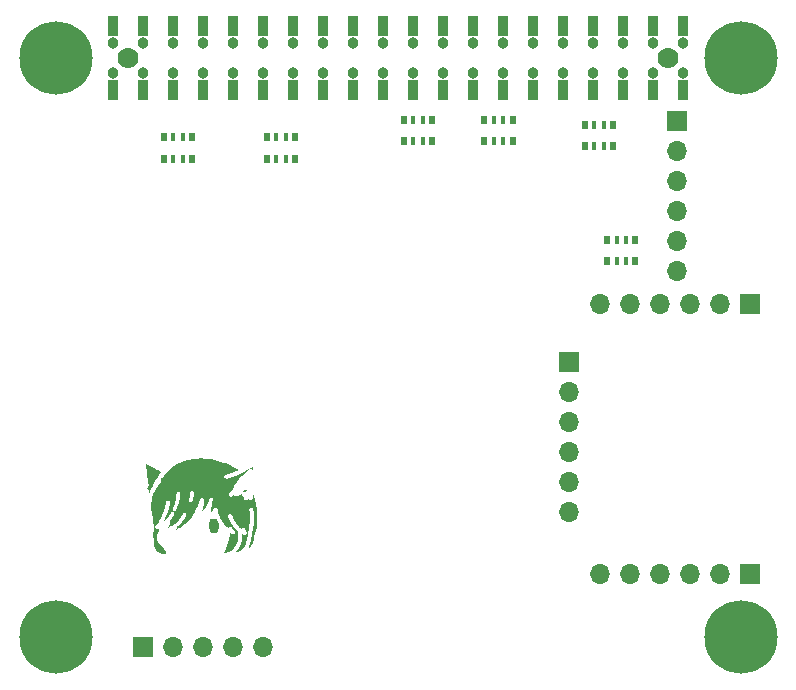
<source format=gbs>
G04 #@! TF.GenerationSoftware,KiCad,Pcbnew,8.0.4*
G04 #@! TF.CreationDate,2024-07-21T23:04:51+02:00*
G04 #@! TF.ProjectId,koyomi-lvds-hat,6b6f796f-6d69-42d6-9c76-64732d686174,rev?*
G04 #@! TF.SameCoordinates,Original*
G04 #@! TF.FileFunction,Soldermask,Bot*
G04 #@! TF.FilePolarity,Negative*
%FSLAX46Y46*%
G04 Gerber Fmt 4.6, Leading zero omitted, Abs format (unit mm)*
G04 Created by KiCad (PCBNEW 8.0.4) date 2024-07-21 23:04:51*
%MOMM*%
%LPD*%
G01*
G04 APERTURE LIST*
%ADD10C,0.000000*%
%ADD11C,6.200000*%
%ADD12R,1.700000X1.700000*%
%ADD13O,1.700000X1.700000*%
%ADD14C,0.965200*%
%ADD15C,1.778000*%
%ADD16R,0.889000X1.676400*%
%ADD17R,0.500000X0.800000*%
%ADD18R,0.400000X0.800000*%
G04 APERTURE END LIST*
D10*
G36*
X102360705Y-62555167D02*
G01*
X102360675Y-62554921D01*
X102360675Y-62554796D01*
X102360705Y-62555167D01*
G37*
G36*
X102367517Y-62155544D02*
G01*
X102367611Y-62155890D01*
X102366673Y-62152767D01*
X102367517Y-62155544D01*
G37*
G36*
X102370579Y-62196300D02*
G01*
X102370549Y-62196518D01*
X102370595Y-62196040D01*
X102370579Y-62196300D01*
G37*
G36*
X105966879Y-62732848D02*
G01*
X105966504Y-62732786D01*
X105966879Y-62732411D01*
X105966879Y-62732848D01*
G37*
G36*
X109691820Y-66154821D02*
G01*
X109691556Y-66157021D01*
X109692056Y-66150771D01*
X109691820Y-66154821D01*
G37*
G36*
X102361674Y-62567296D02*
G01*
X102361677Y-62567921D01*
X102361674Y-62568546D01*
X102361661Y-62567127D01*
X102361674Y-62567296D01*
G37*
G36*
X106149998Y-62759911D02*
G01*
X106146623Y-62759411D01*
X106147748Y-62755661D01*
X106147748Y-62754911D01*
X106149998Y-62759911D01*
G37*
G36*
X102371044Y-62183632D02*
G01*
X102371049Y-62183801D01*
X102371049Y-62185268D01*
X102370989Y-62182866D01*
X102370986Y-62182518D01*
X102371044Y-62183632D01*
G37*
G36*
X107374770Y-63731338D02*
G01*
X107374441Y-63732558D01*
X107374699Y-63731467D01*
X107375063Y-63730024D01*
X107375220Y-63729697D01*
X107374770Y-63731338D01*
G37*
G36*
X109396657Y-64690929D02*
G01*
X109396703Y-64691139D01*
X109396720Y-64691207D01*
X109396610Y-64691078D01*
X109396610Y-64690703D01*
X109396657Y-64690929D01*
G37*
G36*
X110681228Y-66266335D02*
G01*
X110680608Y-66267791D01*
X110679894Y-66269346D01*
X110679155Y-66270807D01*
X110683905Y-66258307D01*
X110681228Y-66266335D01*
G37*
G36*
X111090043Y-60794811D02*
G01*
X111091945Y-60796084D01*
X111096164Y-60799085D01*
X111100263Y-60802181D01*
X111087150Y-60793431D01*
X111090043Y-60794811D01*
G37*
G36*
X108791182Y-61381120D02*
G01*
X108791167Y-61381415D01*
X108791156Y-61381699D01*
X108791153Y-61381120D01*
X108791156Y-61380448D01*
X108791218Y-61380448D01*
X108791182Y-61381120D01*
G37*
G36*
X110673444Y-66130650D02*
G01*
X110674070Y-66132940D01*
X110674639Y-66135256D01*
X110675150Y-66137589D01*
X110675605Y-66139931D01*
X110672841Y-66128663D01*
X110673444Y-66130650D01*
G37*
G36*
X110689336Y-66216030D02*
G01*
X110689342Y-66216355D01*
X110689338Y-66216657D01*
X110689323Y-66216933D01*
X110689293Y-66217182D01*
X110689322Y-66215755D01*
X110689336Y-66216030D01*
G37*
G36*
X102371058Y-62187280D02*
G01*
X102371064Y-62187556D01*
X102371036Y-62188535D01*
X102371025Y-62187196D01*
X102371032Y-62187067D01*
X102371045Y-62186734D01*
X102371049Y-62186518D01*
X102371058Y-62187280D01*
G37*
G36*
X107374318Y-63733077D02*
G01*
X107373973Y-63734619D01*
X107373994Y-63734494D01*
X107374028Y-63734319D01*
X107374112Y-63733901D01*
X107374223Y-63733369D01*
X107374441Y-63732558D01*
X107374318Y-63733077D01*
G37*
G36*
X110932235Y-63396072D02*
G01*
X110932286Y-63396110D01*
X110932294Y-63396118D01*
X110932291Y-63396120D01*
X110932289Y-63396120D01*
X110932243Y-63396085D01*
X110931963Y-63395893D01*
X110932235Y-63396072D01*
G37*
G36*
X102361095Y-62558403D02*
G01*
X102361266Y-62560056D01*
X102361409Y-62561686D01*
X102361523Y-62563323D01*
X102361606Y-62564993D01*
X102361657Y-62566725D01*
X102361661Y-62567127D01*
X102360705Y-62555167D01*
X102361095Y-62558403D01*
G37*
G36*
X105055298Y-62878162D02*
G01*
X105055287Y-62879100D01*
X105055255Y-62880037D01*
X105055206Y-62880975D01*
X105055142Y-62881912D01*
X105054982Y-62883787D01*
X105054799Y-62885662D01*
X105055298Y-62876912D01*
X105055298Y-62878162D01*
G37*
G36*
X110689438Y-66205251D02*
G01*
X110689155Y-66209808D01*
X110689150Y-66209325D01*
X110689160Y-66208816D01*
X110689217Y-66207737D01*
X110689309Y-66206599D01*
X110689416Y-66205432D01*
X110689442Y-66205139D01*
X110689438Y-66205251D01*
G37*
G36*
X110999649Y-60769868D02*
G01*
X111001373Y-60769645D01*
X111003109Y-60769447D01*
X111004854Y-60769274D01*
X111006606Y-60769129D01*
X111008360Y-60769014D01*
X111010112Y-60768931D01*
X111011458Y-60768893D01*
X110999649Y-60769868D01*
G37*
G36*
X104433441Y-64414238D02*
G01*
X104433566Y-64414277D01*
X104433682Y-64414312D01*
X104433790Y-64414343D01*
X104433991Y-64414396D01*
X104434181Y-64414444D01*
X104435112Y-64414899D01*
X104435582Y-64415116D01*
X104433306Y-64414194D01*
X104433441Y-64414238D01*
G37*
G36*
X109397360Y-64691953D02*
G01*
X109397363Y-64692532D01*
X109397360Y-64693204D01*
X109396985Y-64692141D01*
X109396891Y-64691846D01*
X109396844Y-64691686D01*
X109396797Y-64691516D01*
X109396750Y-64691334D01*
X109396720Y-64691207D01*
X109397360Y-64691953D01*
G37*
G36*
X110689346Y-66214649D02*
G01*
X110689322Y-66215755D01*
X110689301Y-66215314D01*
X110689247Y-66214526D01*
X110689191Y-66213679D01*
X110689147Y-66212788D01*
X110689130Y-66211867D01*
X110689136Y-66211400D01*
X110689155Y-66210932D01*
X110689346Y-66214649D01*
G37*
G36*
X110878298Y-63343538D02*
G01*
X110878438Y-63343798D01*
X110878570Y-63344058D01*
X110878700Y-63344329D01*
X110878764Y-63344473D01*
X110878829Y-63344624D01*
X110878895Y-63344784D01*
X110878901Y-63344800D01*
X110878150Y-63343267D01*
X110878298Y-63343538D01*
G37*
G36*
X102370989Y-62182866D02*
G01*
X102371025Y-62187196D01*
X102370989Y-62187909D01*
X102370924Y-62189019D01*
X102370962Y-62188079D01*
X102370985Y-62187124D01*
X102370995Y-62186140D01*
X102370994Y-62185112D01*
X102370968Y-62182866D01*
X102370924Y-62180269D01*
X102370989Y-62182866D01*
G37*
G36*
X102371049Y-62190018D02*
G01*
X102371049Y-62190268D01*
X102371033Y-62190844D01*
X102370988Y-62191596D01*
X102370846Y-62193393D01*
X102370595Y-62196040D01*
X102370670Y-62194753D01*
X102370924Y-62190893D01*
X102371026Y-62188899D01*
X102371036Y-62188535D01*
X102371049Y-62190018D01*
G37*
G36*
X110931663Y-63395753D02*
G01*
X110931717Y-63395777D01*
X110931747Y-63395792D01*
X110931720Y-63395781D01*
X110931701Y-63395773D01*
X110931688Y-63395768D01*
X110931778Y-63395835D01*
X110931687Y-63395778D01*
X110931656Y-63395756D01*
X110931654Y-63395752D01*
X110931663Y-63395753D01*
G37*
G36*
X108835174Y-61296548D02*
G01*
X108837052Y-61294673D01*
X108838955Y-61292798D01*
X108840904Y-61290923D01*
X108841904Y-61289985D01*
X108842924Y-61289048D01*
X108843372Y-61288593D01*
X108843826Y-61288164D01*
X108843869Y-61288125D01*
X108845789Y-61286555D01*
X108845795Y-61286551D01*
X108835174Y-61296548D01*
G37*
G36*
X110880071Y-63347189D02*
G01*
X110880071Y-63347213D01*
X110880041Y-63347181D01*
X110879919Y-63347001D01*
X110879745Y-63346690D01*
X110879249Y-63345767D01*
X110879174Y-63345541D01*
X110879101Y-63345331D01*
X110879030Y-63345136D01*
X110878962Y-63344954D01*
X110878901Y-63344800D01*
X110880071Y-63347189D01*
G37*
G36*
X110931766Y-63395799D02*
G01*
X110931788Y-63395808D01*
X110931798Y-63395812D01*
X110931807Y-63395817D01*
X110931815Y-63395821D01*
X110931820Y-63395824D01*
X110931822Y-63395826D01*
X110931824Y-63395827D01*
X110931825Y-63395829D01*
X110931825Y-63395830D01*
X110931747Y-63395792D01*
X110931766Y-63395799D01*
G37*
G36*
X103418437Y-61909554D02*
G01*
X103418438Y-61910179D01*
X103418437Y-61910804D01*
X103417937Y-61911803D01*
X103418025Y-61911532D01*
X103418103Y-61911272D01*
X103418172Y-61911012D01*
X103418204Y-61910879D01*
X103418234Y-61910741D01*
X103418263Y-61910597D01*
X103418290Y-61910446D01*
X103418341Y-61910116D01*
X103418390Y-61909739D01*
X103418437Y-61909303D01*
X103418437Y-61909554D01*
G37*
G36*
X110262454Y-62953162D02*
G01*
X110262136Y-62952225D01*
X110261832Y-62951287D01*
X110261229Y-62949412D01*
X110261201Y-62949408D01*
X110261174Y-62949395D01*
X110261147Y-62949374D01*
X110261121Y-62949346D01*
X110261070Y-62949267D01*
X110261020Y-62949162D01*
X110260972Y-62949034D01*
X110260925Y-62948885D01*
X110260832Y-62948537D01*
X110260649Y-62947725D01*
X110260554Y-62947307D01*
X110260454Y-62946912D01*
X110262454Y-62953162D01*
G37*
G36*
X105571931Y-64688679D02*
G01*
X105571678Y-64690723D01*
X105571381Y-64692757D01*
X105571041Y-64694778D01*
X105570657Y-64696788D01*
X105570231Y-64698786D01*
X105569762Y-64700772D01*
X105569250Y-64702747D01*
X105568695Y-64704710D01*
X105568098Y-64706661D01*
X105567460Y-64708600D01*
X105566779Y-64710528D01*
X105566056Y-64712444D01*
X105565292Y-64714348D01*
X105564487Y-64716241D01*
X105563784Y-64717804D01*
X105572141Y-64686622D01*
X105571931Y-64688679D01*
G37*
G36*
X109619676Y-65997774D02*
G01*
X109621868Y-65998825D01*
X109624741Y-66000328D01*
X109628182Y-66002300D01*
X109630080Y-66003467D01*
X109632079Y-66004758D01*
X109634163Y-66006175D01*
X109636318Y-66007720D01*
X109638531Y-66009396D01*
X109640788Y-66011204D01*
X109638151Y-66009166D01*
X109635445Y-66007184D01*
X109632670Y-66005266D01*
X109629827Y-66003422D01*
X109626916Y-66001660D01*
X109623939Y-65999988D01*
X109620896Y-65998417D01*
X109619350Y-65997671D01*
X109617788Y-65996953D01*
X109619676Y-65997774D01*
G37*
G36*
X106085607Y-62644035D02*
G01*
X106087325Y-62644396D01*
X106089015Y-62644814D01*
X106090685Y-62645276D01*
X106092341Y-62645769D01*
X106095644Y-62646794D01*
X106097305Y-62647300D01*
X106098772Y-62647724D01*
X106098988Y-62648210D01*
X106099207Y-62648284D01*
X106102357Y-62655285D01*
X106100940Y-62654142D01*
X106099503Y-62653053D01*
X106098046Y-62652017D01*
X106096570Y-62651029D01*
X106095074Y-62650085D01*
X106093561Y-62649183D01*
X106092030Y-62648318D01*
X106090482Y-62647488D01*
X106087338Y-62645916D01*
X106084132Y-62644439D01*
X106080870Y-62643030D01*
X106077557Y-62641660D01*
X106085607Y-62644035D01*
G37*
G36*
X110880839Y-63017351D02*
G01*
X110876197Y-63014146D01*
X110871454Y-63011095D01*
X110866603Y-63008199D01*
X110861636Y-63005460D01*
X110856545Y-63002880D01*
X110851325Y-63000459D01*
X110848663Y-62999308D01*
X110845967Y-62998199D01*
X110843234Y-62997129D01*
X110840464Y-62996101D01*
X110840432Y-62996070D01*
X110840416Y-62996054D01*
X110840401Y-62996039D01*
X110834177Y-62993696D01*
X110828175Y-62991361D01*
X110816676Y-62986741D01*
X110805589Y-62982239D01*
X110794600Y-62977913D01*
X110798036Y-62975622D01*
X110801489Y-62973415D01*
X110808404Y-62969116D01*
X110811841Y-62966957D01*
X110815248Y-62964747D01*
X110818614Y-62962451D01*
X110821926Y-62960037D01*
X110832594Y-62951637D01*
X110842946Y-62943041D01*
X110852999Y-62934263D01*
X110862773Y-62925318D01*
X110872285Y-62916221D01*
X110881555Y-62906986D01*
X110890600Y-62897628D01*
X110899439Y-62888162D01*
X110880839Y-63017351D01*
G37*
G36*
X102687939Y-62269875D02*
G01*
X102687961Y-62269883D01*
X102687981Y-62269892D01*
X102687999Y-62269903D01*
X102688016Y-62269914D01*
X102688032Y-62269927D01*
X102688046Y-62269941D01*
X102688059Y-62269955D01*
X102688071Y-62269971D01*
X102688082Y-62269987D01*
X102688091Y-62270004D01*
X102688099Y-62270021D01*
X102688106Y-62270039D01*
X102688112Y-62270057D01*
X102688116Y-62270076D01*
X102688120Y-62270095D01*
X102688122Y-62270114D01*
X102688123Y-62270133D01*
X102688124Y-62270153D01*
X102688123Y-62270172D01*
X102688121Y-62270191D01*
X102688118Y-62270210D01*
X102688115Y-62270228D01*
X102688110Y-62270246D01*
X102688104Y-62270264D01*
X102688098Y-62270281D01*
X102688091Y-62270298D01*
X102688082Y-62270314D01*
X102688073Y-62270329D01*
X102688064Y-62270343D01*
X102688053Y-62270356D01*
X102688042Y-62270369D01*
X102688029Y-62270380D01*
X102688012Y-62270390D01*
X102687994Y-62270399D01*
X102687972Y-62270408D01*
X102687921Y-62270424D01*
X102687860Y-62270438D01*
X102687526Y-62270501D01*
X102687423Y-62270524D01*
X102687313Y-62270551D01*
X102687197Y-62270584D01*
X102687075Y-62270624D01*
X102686948Y-62270671D01*
X102686883Y-62270698D01*
X102686816Y-62270727D01*
X102686749Y-62270758D01*
X102686681Y-62270792D01*
X102686612Y-62270829D01*
X102686542Y-62270869D01*
X102686678Y-62270713D01*
X102686806Y-62270575D01*
X102686926Y-62270452D01*
X102687038Y-62270343D01*
X102687143Y-62270249D01*
X102687241Y-62270168D01*
X102687332Y-62270099D01*
X102687417Y-62270041D01*
X102687496Y-62269993D01*
X102687570Y-62269954D01*
X102687638Y-62269924D01*
X102687702Y-62269902D01*
X102687761Y-62269886D01*
X102687817Y-62269876D01*
X102687868Y-62269870D01*
X102687917Y-62269869D01*
X102687917Y-62269868D01*
X102687939Y-62269875D01*
G37*
G36*
X107561544Y-64992639D02*
G01*
X107561567Y-64992857D01*
X108158500Y-65040357D01*
X108174627Y-65074097D01*
X108191390Y-65108097D01*
X108208850Y-65142359D01*
X108227068Y-65176883D01*
X108246106Y-65211669D01*
X108266024Y-65246719D01*
X108286885Y-65282032D01*
X108308750Y-65317609D01*
X108310000Y-65703888D01*
X108309984Y-65705040D01*
X108309976Y-65706544D01*
X108309981Y-65708282D01*
X108310000Y-65710138D01*
X108310006Y-65710763D01*
X108310019Y-65711388D01*
X108310038Y-65712013D01*
X108310062Y-65712638D01*
X108310052Y-65738253D01*
X108308816Y-65767322D01*
X108307533Y-65785061D01*
X108305670Y-65804609D01*
X108303127Y-65825720D01*
X108299799Y-65848148D01*
X108295587Y-65871647D01*
X108290387Y-65895971D01*
X108284098Y-65920874D01*
X108276618Y-65946112D01*
X108272399Y-65958778D01*
X108267844Y-65971436D01*
X108262940Y-65984055D01*
X108257675Y-65996603D01*
X108251918Y-66009413D01*
X108245920Y-66021961D01*
X108239661Y-66034241D01*
X108233118Y-66046243D01*
X108226271Y-66057961D01*
X108219098Y-66069387D01*
X108211577Y-66080512D01*
X108203688Y-66091329D01*
X108195409Y-66101831D01*
X108186718Y-66112009D01*
X108177594Y-66121855D01*
X108168016Y-66131362D01*
X108157963Y-66140522D01*
X108147413Y-66149327D01*
X108136344Y-66157770D01*
X108124736Y-66165842D01*
X108112509Y-66173583D01*
X108099599Y-66180983D01*
X108085960Y-66188009D01*
X108071544Y-66194624D01*
X108056305Y-66200794D01*
X108040195Y-66206484D01*
X108023167Y-66211658D01*
X108005175Y-66216281D01*
X107986172Y-66220318D01*
X107966110Y-66223734D01*
X107944942Y-66226494D01*
X107922622Y-66228562D01*
X107899102Y-66229904D01*
X107874336Y-66230484D01*
X107848276Y-66230267D01*
X107820875Y-66229219D01*
X107809715Y-66228395D01*
X107799063Y-66227330D01*
X107788894Y-66226021D01*
X107779181Y-66224467D01*
X107769902Y-66222666D01*
X107761032Y-66220617D01*
X107752545Y-66218317D01*
X107744417Y-66215766D01*
X107736623Y-66212961D01*
X107729139Y-66209901D01*
X107721940Y-66206585D01*
X107715002Y-66203010D01*
X107708299Y-66199175D01*
X107701807Y-66195078D01*
X107695502Y-66190718D01*
X107689358Y-66186093D01*
X107683333Y-66181142D01*
X107677400Y-66175847D01*
X107671554Y-66170199D01*
X107665790Y-66164191D01*
X107660101Y-66157815D01*
X107654483Y-66151064D01*
X107648930Y-66143930D01*
X107643437Y-66136406D01*
X107637998Y-66128482D01*
X107632609Y-66120153D01*
X107627262Y-66111410D01*
X107621954Y-66102245D01*
X107616679Y-66092651D01*
X107611431Y-66082620D01*
X107606205Y-66072144D01*
X107600995Y-66061217D01*
X107591367Y-66039179D01*
X107582306Y-66015691D01*
X107573813Y-65990846D01*
X107565888Y-65964736D01*
X107558531Y-65937456D01*
X107551741Y-65909098D01*
X107545519Y-65879756D01*
X107539865Y-65849523D01*
X107534778Y-65818492D01*
X107530260Y-65786756D01*
X107526310Y-65754409D01*
X107522928Y-65721543D01*
X107520114Y-65688252D01*
X107517868Y-65654630D01*
X107515081Y-65586763D01*
X107514402Y-65488782D01*
X107516825Y-65396226D01*
X107521724Y-65309766D01*
X107528475Y-65230073D01*
X107536455Y-65157820D01*
X107545038Y-65093679D01*
X107561520Y-64992420D01*
X107561544Y-64992639D01*
G37*
G36*
X102587430Y-62448928D02*
G01*
X102557501Y-62510463D01*
X102528419Y-62574468D01*
X102500256Y-62640889D01*
X102473084Y-62709671D01*
X102446975Y-62780761D01*
X102446615Y-62779823D01*
X102446279Y-62778886D01*
X102445631Y-62777011D01*
X102445295Y-62776073D01*
X102444935Y-62775136D01*
X102444541Y-62774198D01*
X102444327Y-62773730D01*
X102444099Y-62773261D01*
X102443287Y-62771433D01*
X102442869Y-62770466D01*
X102442667Y-62769985D01*
X102442474Y-62769511D01*
X102440563Y-62765398D01*
X102439389Y-62762924D01*
X102437964Y-62760042D01*
X102436206Y-62756657D01*
X102434035Y-62752671D01*
X102432771Y-62750423D01*
X102431373Y-62747988D01*
X102429832Y-62745355D01*
X102428138Y-62742511D01*
X102417623Y-62723804D01*
X102412450Y-62713924D01*
X102407361Y-62703696D01*
X102402379Y-62693122D01*
X102397524Y-62682203D01*
X102392818Y-62670942D01*
X102388283Y-62659341D01*
X102383939Y-62647402D01*
X102379808Y-62635127D01*
X102375912Y-62622517D01*
X102372272Y-62609576D01*
X102368910Y-62596305D01*
X102365846Y-62582706D01*
X102363102Y-62568782D01*
X102360700Y-62554533D01*
X102360575Y-62553784D01*
X102360575Y-62553721D01*
X102360512Y-62552596D01*
X102358467Y-62541989D01*
X102355769Y-62531604D01*
X102352440Y-62521467D01*
X102348501Y-62511602D01*
X102343974Y-62502031D01*
X102338880Y-62492779D01*
X102333242Y-62483870D01*
X102327080Y-62475329D01*
X102320417Y-62467178D01*
X102313273Y-62459442D01*
X102305672Y-62452145D01*
X102297634Y-62445311D01*
X102289181Y-62438964D01*
X102280334Y-62433127D01*
X102271116Y-62427825D01*
X102261548Y-62423082D01*
X102261582Y-62423095D01*
X102261633Y-62423112D01*
X102261759Y-62423154D01*
X102261924Y-62423207D01*
X102261955Y-62423222D01*
X102261960Y-62423224D01*
X102261958Y-62423222D01*
X102261894Y-62423182D01*
X102261595Y-62423004D01*
X102261422Y-62422898D01*
X102261273Y-62422803D01*
X102261218Y-62422764D01*
X102261180Y-62422733D01*
X102261169Y-62422722D01*
X102261164Y-62422714D01*
X102261165Y-62422709D01*
X102261173Y-62422707D01*
X102261173Y-62422651D01*
X102261159Y-62422644D01*
X102261173Y-62422644D01*
X102261173Y-62422651D01*
X102261277Y-62422702D01*
X102261307Y-62422715D01*
X102261308Y-62422715D01*
X102261307Y-62422714D01*
X102261297Y-62422709D01*
X102261173Y-62422644D01*
X102261159Y-62422644D01*
X102261083Y-62422606D01*
X102260689Y-62422402D01*
X102260408Y-62422254D01*
X102260066Y-62422072D01*
X102259660Y-62421855D01*
X102259187Y-62421598D01*
X102258643Y-62421302D01*
X102258024Y-62420962D01*
X102257327Y-62420577D01*
X102256549Y-62420144D01*
X102252789Y-62417452D01*
X102248269Y-62414023D01*
X102243005Y-62409804D01*
X102237014Y-62404738D01*
X102233751Y-62401870D01*
X102230312Y-62398770D01*
X102226699Y-62395430D01*
X102222914Y-62391844D01*
X102218960Y-62388004D01*
X102214838Y-62383904D01*
X102210550Y-62379536D01*
X102206099Y-62374894D01*
X102206115Y-62374902D01*
X102206097Y-62374858D01*
X102205963Y-62374624D01*
X102205366Y-62373666D01*
X102203333Y-62370504D01*
X102201088Y-62367037D01*
X102199723Y-62364895D01*
X102201036Y-62364903D01*
X102202348Y-62364941D01*
X102204973Y-62365057D01*
X102206286Y-62365114D01*
X102207598Y-62365155D01*
X102208911Y-62365169D01*
X102210223Y-62365145D01*
X102217491Y-62364521D01*
X102224817Y-62363584D01*
X102232182Y-62362327D01*
X102239567Y-62360744D01*
X102246955Y-62358830D01*
X102254326Y-62356577D01*
X102261661Y-62353981D01*
X102268942Y-62351035D01*
X102276151Y-62347733D01*
X102283268Y-62344069D01*
X102290276Y-62340037D01*
X102297155Y-62335631D01*
X102303887Y-62330844D01*
X102310453Y-62325672D01*
X102316834Y-62320107D01*
X102323012Y-62314144D01*
X102328573Y-62308201D01*
X102333780Y-62302052D01*
X102338636Y-62295705D01*
X102343142Y-62289171D01*
X102347300Y-62282460D01*
X102351111Y-62275582D01*
X102354577Y-62268546D01*
X102357699Y-62261362D01*
X102360479Y-62254041D01*
X102362918Y-62246592D01*
X102365018Y-62239025D01*
X102366781Y-62231350D01*
X102368207Y-62223577D01*
X102369299Y-62215716D01*
X102370059Y-62207777D01*
X102370486Y-62199769D01*
X102370439Y-62200069D01*
X102370385Y-62200393D01*
X102370354Y-62200557D01*
X102370319Y-62200718D01*
X102370280Y-62200873D01*
X102370259Y-62200947D01*
X102370236Y-62201019D01*
X102370486Y-62198518D01*
X102370559Y-62196641D01*
X102370579Y-62196300D01*
X102370678Y-62195583D01*
X102370785Y-62194663D01*
X102370872Y-62193772D01*
X102370940Y-62192925D01*
X102370990Y-62192136D01*
X102371024Y-62191421D01*
X102371043Y-62190793D01*
X102371049Y-62190268D01*
X102371067Y-62189441D01*
X102371075Y-62188803D01*
X102371077Y-62188313D01*
X102371073Y-62187925D01*
X102371064Y-62187556D01*
X102371084Y-62186847D01*
X102371078Y-62184724D01*
X102371049Y-62183801D01*
X102371049Y-62181519D01*
X102371012Y-62180601D01*
X102370986Y-62179800D01*
X102370961Y-62179233D01*
X102370945Y-62179075D01*
X102370935Y-62179033D01*
X102370924Y-62179019D01*
X102370924Y-62175269D01*
X102370695Y-62172451D01*
X102370383Y-62169626D01*
X102369986Y-62166798D01*
X102369502Y-62163971D01*
X102368930Y-62161150D01*
X102368269Y-62158340D01*
X102367611Y-62155890D01*
X102369299Y-62161517D01*
X102347598Y-61872765D01*
X102347269Y-61868816D01*
X102346800Y-61864892D01*
X102346193Y-61860996D01*
X102345452Y-61857128D01*
X102344581Y-61853291D01*
X102343581Y-61849487D01*
X102342457Y-61845717D01*
X102341211Y-61841984D01*
X102339847Y-61838288D01*
X102338367Y-61834633D01*
X102336776Y-61831019D01*
X102335076Y-61827449D01*
X102333270Y-61823924D01*
X102331361Y-61820446D01*
X102329353Y-61817018D01*
X102327249Y-61813640D01*
X102305693Y-61611207D01*
X102282075Y-61404155D01*
X102255416Y-61191731D01*
X102224734Y-60973182D01*
X102166050Y-60574729D01*
X102141515Y-60400615D01*
X102121446Y-60248088D01*
X102121734Y-60248712D01*
X102364468Y-60409513D01*
X102492627Y-60492659D01*
X102633706Y-60580127D01*
X102711058Y-60626064D01*
X102794001Y-60673783D01*
X102883321Y-60723516D01*
X102979806Y-60775497D01*
X103084242Y-60829959D01*
X103197416Y-60887136D01*
X103320114Y-60947262D01*
X103453125Y-61010570D01*
X103398225Y-61076584D01*
X103344064Y-61144273D01*
X103290674Y-61213657D01*
X103238088Y-61284757D01*
X103186338Y-61357596D01*
X103135457Y-61432194D01*
X103085477Y-61508574D01*
X103036431Y-61586756D01*
X102988352Y-61666762D01*
X102941271Y-61748614D01*
X102895222Y-61832333D01*
X102850237Y-61917940D01*
X102806348Y-62005457D01*
X102763589Y-62094905D01*
X102721990Y-62186306D01*
X102681586Y-62279681D01*
X102649544Y-62333483D01*
X102618135Y-62389916D01*
X102601069Y-62422715D01*
X102587430Y-62448928D01*
G37*
G36*
X111217511Y-60815711D02*
G01*
X111206519Y-60871984D01*
X111194801Y-60935932D01*
X111194589Y-60936979D01*
X111194366Y-60938217D01*
X111193907Y-60941088D01*
X111193458Y-60944194D01*
X111193051Y-60947182D01*
X111191159Y-60938787D01*
X111189161Y-60930463D01*
X111188089Y-60926320D01*
X111186952Y-60922186D01*
X111185735Y-60918057D01*
X111184426Y-60913932D01*
X111180570Y-60902993D01*
X111178369Y-60897327D01*
X111175970Y-60891555D01*
X111173360Y-60885694D01*
X111170529Y-60879762D01*
X111167462Y-60873778D01*
X111164149Y-60867760D01*
X111160578Y-60861725D01*
X111156736Y-60855693D01*
X111152611Y-60849681D01*
X111148192Y-60843707D01*
X111143466Y-60837789D01*
X111138421Y-60831946D01*
X111133045Y-60826195D01*
X111127326Y-60820556D01*
X111123553Y-60817099D01*
X111119887Y-60813940D01*
X111116343Y-60811065D01*
X111112932Y-60808460D01*
X111109668Y-60806112D01*
X111106564Y-60804008D01*
X111103632Y-60802134D01*
X111100886Y-60800478D01*
X111096002Y-60797761D01*
X111092016Y-60795753D01*
X111090043Y-60794811D01*
X111087609Y-60793183D01*
X111083158Y-60790390D01*
X111078593Y-60787710D01*
X111073917Y-60785150D01*
X111069132Y-60782716D01*
X111064241Y-60780415D01*
X111059244Y-60778253D01*
X111054146Y-60776237D01*
X111048947Y-60774373D01*
X111043650Y-60772667D01*
X111038257Y-60771126D01*
X111032771Y-60769756D01*
X111027192Y-60768564D01*
X111021542Y-60767559D01*
X111021526Y-60767565D01*
X111021501Y-60767574D01*
X111021475Y-60767583D01*
X111021450Y-60767591D01*
X111021424Y-60767599D01*
X111021399Y-60767607D01*
X111021374Y-60767613D01*
X111021350Y-60767618D01*
X111024225Y-60771368D01*
X111021598Y-60770503D01*
X111020281Y-60770083D01*
X111018959Y-60769696D01*
X111018296Y-60769522D01*
X111017632Y-60769363D01*
X111016965Y-60769221D01*
X111016297Y-60769101D01*
X111015626Y-60769003D01*
X111014953Y-60768930D01*
X111014278Y-60768884D01*
X111013600Y-60768868D01*
X111011860Y-60768882D01*
X111011458Y-60768893D01*
X111013275Y-60768743D01*
X111012665Y-60768561D01*
X111012056Y-60768390D01*
X111011446Y-60768227D01*
X111010837Y-60768071D01*
X111009618Y-60767776D01*
X111008400Y-60767493D01*
X111003062Y-60767034D01*
X110997721Y-60766634D01*
X110995044Y-60766474D01*
X110992358Y-60766351D01*
X110989660Y-60766271D01*
X110986949Y-60766243D01*
X110986946Y-60766243D01*
X110986942Y-60766242D01*
X110986939Y-60766241D01*
X110986935Y-60766240D01*
X110986932Y-60766238D01*
X110986928Y-60766236D01*
X110986924Y-60766234D01*
X110986921Y-60766232D01*
X110986913Y-60766226D01*
X110986906Y-60766220D01*
X110986890Y-60766207D01*
X110986882Y-60766201D01*
X110986877Y-60766198D01*
X110986873Y-60766195D01*
X110986868Y-60766192D01*
X110986864Y-60766190D01*
X110986859Y-60766187D01*
X110986854Y-60766185D01*
X110986850Y-60766183D01*
X110986845Y-60766182D01*
X110986839Y-60766181D01*
X110986834Y-60766180D01*
X110986829Y-60766179D01*
X110986823Y-60766179D01*
X110986818Y-60766180D01*
X110986812Y-60766181D01*
X110986788Y-60766186D01*
X110986763Y-60766192D01*
X110986738Y-60766199D01*
X110986712Y-60766207D01*
X110986686Y-60766216D01*
X110986661Y-60766225D01*
X110986636Y-60766234D01*
X110986612Y-60766243D01*
X110980294Y-60766597D01*
X110974005Y-60767189D01*
X110967752Y-60768017D01*
X110961540Y-60769077D01*
X110955375Y-60770368D01*
X110949264Y-60771888D01*
X110943213Y-60773634D01*
X110937227Y-60775603D01*
X110931313Y-60777793D01*
X110925477Y-60780202D01*
X110919725Y-60782827D01*
X110914063Y-60785667D01*
X110908497Y-60788718D01*
X110903033Y-60791979D01*
X110897677Y-60795446D01*
X110892436Y-60799118D01*
X110892283Y-60799212D01*
X110892135Y-60799308D01*
X110891989Y-60799406D01*
X110891845Y-60799509D01*
X110891703Y-60799617D01*
X110891560Y-60799733D01*
X110891489Y-60799795D01*
X110891418Y-60799858D01*
X110891346Y-60799924D01*
X110891273Y-60799993D01*
X110760164Y-60900456D01*
X110693848Y-60954392D01*
X110617681Y-61018622D01*
X110533447Y-61092529D01*
X110442927Y-61175499D01*
X110347904Y-61266913D01*
X110250160Y-61366155D01*
X110151478Y-61472609D01*
X110053641Y-61585657D01*
X109958431Y-61704684D01*
X109912368Y-61766247D01*
X109867630Y-61829073D01*
X109824440Y-61893085D01*
X109783021Y-61958206D01*
X109743596Y-62024360D01*
X109706387Y-62091468D01*
X109643428Y-62207720D01*
X109585313Y-62311599D01*
X109531984Y-62403722D01*
X109483380Y-62484709D01*
X109439441Y-62555177D01*
X109400109Y-62615744D01*
X109365323Y-62667029D01*
X109335023Y-62709649D01*
X109321533Y-62727890D01*
X109309134Y-62744226D01*
X109297827Y-62758730D01*
X109287613Y-62771477D01*
X109278491Y-62782544D01*
X109270464Y-62792003D01*
X109269707Y-62792857D01*
X109257697Y-62806399D01*
X109256334Y-62807968D01*
X109255059Y-62809397D01*
X109253869Y-62810695D01*
X109252763Y-62811868D01*
X109250884Y-62813786D01*
X109250802Y-62813870D01*
X109249166Y-62815462D01*
X109246834Y-62817649D01*
X109246120Y-62818362D01*
X109245873Y-62818649D01*
X109245697Y-62818899D01*
X109245471Y-62819100D01*
X109245257Y-62819283D01*
X109244845Y-62819628D01*
X109244423Y-62819987D01*
X109244194Y-62820189D01*
X109243947Y-62820415D01*
X109243677Y-62820672D01*
X109243378Y-62820966D01*
X109243045Y-62821304D01*
X109242674Y-62821694D01*
X109242258Y-62822142D01*
X109241794Y-62822654D01*
X109241275Y-62823237D01*
X109240697Y-62823899D01*
X109240506Y-62824079D01*
X109240307Y-62824247D01*
X109240098Y-62824410D01*
X109239877Y-62824575D01*
X109239388Y-62824932D01*
X109239115Y-62825137D01*
X109238822Y-62825368D01*
X109238505Y-62825631D01*
X109238163Y-62825933D01*
X109237793Y-62826279D01*
X109237392Y-62826677D01*
X109236960Y-62827131D01*
X109236731Y-62827382D01*
X109236493Y-62827649D01*
X109236246Y-62827933D01*
X109235989Y-62828236D01*
X109235723Y-62828558D01*
X109235447Y-62828899D01*
X109229883Y-62834645D01*
X109224627Y-62840600D01*
X109219679Y-62846752D01*
X109215042Y-62853090D01*
X109210717Y-62859601D01*
X109206707Y-62866273D01*
X109203013Y-62873094D01*
X109199637Y-62880051D01*
X109196581Y-62887134D01*
X109193847Y-62894328D01*
X109191437Y-62901623D01*
X109189352Y-62909007D01*
X109187594Y-62916466D01*
X109186165Y-62923990D01*
X109185068Y-62931565D01*
X109184303Y-62939180D01*
X109183873Y-62946823D01*
X109183779Y-62954482D01*
X109184024Y-62962143D01*
X109184609Y-62969797D01*
X109185537Y-62977429D01*
X109186808Y-62985028D01*
X109188425Y-62992582D01*
X109190390Y-63000079D01*
X109192704Y-63007507D01*
X109195370Y-63014853D01*
X109198389Y-63022105D01*
X109201763Y-63029252D01*
X109205494Y-63036281D01*
X109209584Y-63043180D01*
X109214034Y-63049936D01*
X109218847Y-63056539D01*
X109218894Y-63056586D01*
X109218941Y-63056635D01*
X109218964Y-63056660D01*
X109218987Y-63056686D01*
X109219011Y-63056714D01*
X109219034Y-63056742D01*
X109219058Y-63056772D01*
X109219081Y-63056804D01*
X109219105Y-63056837D01*
X109219128Y-63056873D01*
X109219151Y-63056911D01*
X109219175Y-63056951D01*
X109219198Y-63056994D01*
X109219222Y-63057039D01*
X109224785Y-63063881D01*
X109230630Y-63070364D01*
X109236743Y-63076488D01*
X109243108Y-63082249D01*
X109249709Y-63087647D01*
X109256531Y-63092680D01*
X109263559Y-63097344D01*
X109270777Y-63101640D01*
X109278169Y-63105563D01*
X109285720Y-63109113D01*
X109293415Y-63112288D01*
X109301238Y-63115085D01*
X109309173Y-63117503D01*
X109317206Y-63119540D01*
X109325321Y-63121194D01*
X109333502Y-63122462D01*
X109341734Y-63123343D01*
X109350002Y-63123836D01*
X109358289Y-63123937D01*
X109366581Y-63123645D01*
X109374862Y-63122959D01*
X109383117Y-63121875D01*
X109391330Y-63120393D01*
X109399485Y-63118511D01*
X109407568Y-63116225D01*
X109415563Y-63113535D01*
X109423454Y-63110438D01*
X109431225Y-63106933D01*
X109438863Y-63103018D01*
X109446350Y-63098690D01*
X109453671Y-63093948D01*
X109460812Y-63088789D01*
X109462312Y-63087790D01*
X109466334Y-63084469D01*
X109471016Y-63080459D01*
X109477171Y-63075008D01*
X109480730Y-63071771D01*
X109484570Y-63068209D01*
X109488664Y-63064334D01*
X109492982Y-63060157D01*
X109497496Y-63055689D01*
X109502177Y-63050944D01*
X109506996Y-63045932D01*
X109511924Y-63040665D01*
X109517017Y-63035075D01*
X109522352Y-63029092D01*
X109527927Y-63022719D01*
X109533735Y-63015961D01*
X109539773Y-63008822D01*
X109546035Y-63001307D01*
X109552516Y-62993420D01*
X109559212Y-62985165D01*
X109583019Y-62998022D01*
X109606731Y-63009869D01*
X109630339Y-63020698D01*
X109653835Y-63030501D01*
X109677212Y-63039269D01*
X109700460Y-63046996D01*
X109723572Y-63053672D01*
X109746540Y-63059290D01*
X109769355Y-63063841D01*
X109792010Y-63067318D01*
X109814497Y-63069712D01*
X109836806Y-63071016D01*
X109858931Y-63071221D01*
X109880863Y-63070320D01*
X109902594Y-63068304D01*
X109924116Y-63065165D01*
X109947015Y-63060559D01*
X109969232Y-63054802D01*
X109990774Y-63047963D01*
X110011649Y-63040108D01*
X110031865Y-63031308D01*
X110051428Y-63021628D01*
X110070347Y-63011138D01*
X110088629Y-62999905D01*
X110106281Y-62987997D01*
X110123311Y-62975482D01*
X110139728Y-62962429D01*
X110155537Y-62948905D01*
X110170748Y-62934979D01*
X110185366Y-62920718D01*
X110199401Y-62906190D01*
X110212860Y-62891464D01*
X110231833Y-62869514D01*
X110250157Y-62847097D01*
X110267850Y-62824315D01*
X110284931Y-62801272D01*
X110317326Y-62754825D01*
X110347484Y-62708590D01*
X110375551Y-62663401D01*
X110401670Y-62620093D01*
X110448636Y-62542460D01*
X110463682Y-62547588D01*
X110482479Y-62553343D01*
X110504718Y-62559344D01*
X110517032Y-62562318D01*
X110530091Y-62565211D01*
X110543857Y-62567974D01*
X110558291Y-62570561D01*
X110573354Y-62572924D01*
X110589008Y-62575016D01*
X110605215Y-62576788D01*
X110621935Y-62578193D01*
X110639132Y-62579183D01*
X110656765Y-62579711D01*
X110662223Y-62579727D01*
X110667667Y-62579602D01*
X110673099Y-62579360D01*
X110678523Y-62579024D01*
X110689354Y-62578164D01*
X110700178Y-62577211D01*
X110695270Y-62585891D01*
X110690247Y-62594392D01*
X110685118Y-62602703D01*
X110679887Y-62610811D01*
X110674562Y-62618704D01*
X110669149Y-62626370D01*
X110663655Y-62633799D01*
X110658086Y-62640977D01*
X110652448Y-62647892D01*
X110646748Y-62654534D01*
X110640993Y-62660889D01*
X110635189Y-62666947D01*
X110629343Y-62672695D01*
X110623461Y-62678121D01*
X110617549Y-62683214D01*
X110611615Y-62687961D01*
X110603366Y-62694118D01*
X110595228Y-62699831D01*
X110587117Y-62705090D01*
X110578949Y-62709885D01*
X110570640Y-62714207D01*
X110562107Y-62718045D01*
X110553265Y-62721388D01*
X110544032Y-62724228D01*
X110534322Y-62726553D01*
X110524053Y-62728354D01*
X110513140Y-62729621D01*
X110501500Y-62730343D01*
X110489049Y-62730511D01*
X110475703Y-62730114D01*
X110461378Y-62729143D01*
X110445991Y-62727587D01*
X110445928Y-62727587D01*
X110434318Y-62726611D01*
X110422873Y-62726430D01*
X110411614Y-62727018D01*
X110400563Y-62728347D01*
X110389740Y-62730391D01*
X110379169Y-62733121D01*
X110368869Y-62736512D01*
X110358864Y-62740536D01*
X110349173Y-62745166D01*
X110339819Y-62750375D01*
X110330824Y-62756136D01*
X110322208Y-62762422D01*
X110313994Y-62769206D01*
X110306202Y-62776460D01*
X110298855Y-62784158D01*
X110291974Y-62792273D01*
X110285580Y-62800778D01*
X110279695Y-62809645D01*
X110274341Y-62818847D01*
X110269538Y-62828358D01*
X110265310Y-62838151D01*
X110261676Y-62848198D01*
X110258658Y-62858472D01*
X110256279Y-62868946D01*
X110254559Y-62879593D01*
X110253521Y-62890387D01*
X110253185Y-62901299D01*
X110253573Y-62912304D01*
X110254707Y-62923373D01*
X110256608Y-62934481D01*
X110259298Y-62945599D01*
X110262798Y-62956701D01*
X110263401Y-62958576D01*
X110263705Y-62959513D01*
X110264023Y-62960451D01*
X110265481Y-62963905D01*
X110269950Y-62973643D01*
X110273358Y-62980577D01*
X110277572Y-62988731D01*
X110282610Y-62997990D01*
X110288490Y-63008236D01*
X110295229Y-63019352D01*
X110302846Y-63031222D01*
X110311357Y-63043729D01*
X110320781Y-63056756D01*
X110331136Y-63070186D01*
X110342439Y-63083903D01*
X110348452Y-63090832D01*
X110354708Y-63097789D01*
X110361211Y-63104759D01*
X110367961Y-63111728D01*
X110371750Y-63115489D01*
X110375596Y-63119179D01*
X110383447Y-63126359D01*
X110391496Y-63133290D01*
X110399721Y-63139994D01*
X110408102Y-63146493D01*
X110416618Y-63152808D01*
X110425249Y-63158963D01*
X110433974Y-63164979D01*
X110431949Y-63168519D01*
X110430000Y-63172109D01*
X110428130Y-63175748D01*
X110426340Y-63179435D01*
X110424632Y-63183171D01*
X110423009Y-63186955D01*
X110421472Y-63190787D01*
X110420024Y-63194666D01*
X110418667Y-63198592D01*
X110417403Y-63202564D01*
X110416234Y-63206582D01*
X110415162Y-63210646D01*
X110414189Y-63214756D01*
X110413318Y-63218910D01*
X110412549Y-63223110D01*
X110411887Y-63227353D01*
X110410852Y-63236146D01*
X110410274Y-63244893D01*
X110410142Y-63253580D01*
X110410448Y-63262194D01*
X110411181Y-63270725D01*
X110412333Y-63279157D01*
X110413895Y-63287480D01*
X110415855Y-63295681D01*
X110418206Y-63303746D01*
X110420938Y-63311664D01*
X110424041Y-63319421D01*
X110427506Y-63327006D01*
X110431324Y-63334405D01*
X110435484Y-63341606D01*
X110439979Y-63348597D01*
X110444798Y-63355364D01*
X110449932Y-63361896D01*
X110455371Y-63368179D01*
X110461106Y-63374201D01*
X110467128Y-63379950D01*
X110473427Y-63385413D01*
X110479995Y-63390577D01*
X110486820Y-63395430D01*
X110493895Y-63399958D01*
X110501209Y-63404151D01*
X110508753Y-63407994D01*
X110516518Y-63411476D01*
X110524495Y-63414583D01*
X110532673Y-63417303D01*
X110541044Y-63419624D01*
X110549598Y-63421534D01*
X110558326Y-63423018D01*
X110558388Y-63423018D01*
X110585252Y-63425949D01*
X110611163Y-63426922D01*
X110636112Y-63426094D01*
X110660087Y-63423619D01*
X110683078Y-63419654D01*
X110705075Y-63414352D01*
X110726067Y-63407869D01*
X110746044Y-63400361D01*
X110764995Y-63391983D01*
X110782911Y-63382890D01*
X110799780Y-63373238D01*
X110815592Y-63363181D01*
X110830336Y-63352875D01*
X110844003Y-63342476D01*
X110856582Y-63332138D01*
X110868062Y-63322017D01*
X110868801Y-63323477D01*
X110869525Y-63325025D01*
X110870953Y-63328267D01*
X110871672Y-63329903D01*
X110872404Y-63331509D01*
X110873157Y-63333057D01*
X110873543Y-63333800D01*
X110873937Y-63334517D01*
X110874040Y-63334914D01*
X110874144Y-63335349D01*
X110874351Y-63336298D01*
X110874561Y-63337294D01*
X110874775Y-63338267D01*
X110879046Y-63345570D01*
X110879874Y-63346935D01*
X110879919Y-63347001D01*
X110880246Y-63347586D01*
X110880754Y-63348457D01*
X110881269Y-63349306D01*
X110882321Y-63350943D01*
X110883406Y-63352517D01*
X110884525Y-63354043D01*
X110885683Y-63355540D01*
X110886882Y-63357026D01*
X110888125Y-63358517D01*
X110890082Y-63360827D01*
X110892060Y-63363070D01*
X110894057Y-63365248D01*
X110896068Y-63367361D01*
X110898089Y-63369409D01*
X110900118Y-63371393D01*
X110902151Y-63373314D01*
X110904184Y-63375173D01*
X110908237Y-63378708D01*
X110912249Y-63382002D01*
X110916192Y-63385062D01*
X110920038Y-63387893D01*
X110924788Y-63391643D01*
X110930787Y-63395392D01*
X110932564Y-63396405D01*
X110932795Y-63396567D01*
X110933399Y-63396956D01*
X110933617Y-63397123D01*
X110933891Y-63397325D01*
X110934166Y-63397518D01*
X110934442Y-63397699D01*
X110934720Y-63397865D01*
X110935001Y-63398014D01*
X110935285Y-63398143D01*
X110935428Y-63398198D01*
X110935572Y-63398248D01*
X110935589Y-63398253D01*
X110935719Y-63398308D01*
X110935727Y-63398301D01*
X110935714Y-63398289D01*
X110935589Y-63398253D01*
X110935588Y-63398252D01*
X110934940Y-63397901D01*
X110933945Y-63397309D01*
X110933399Y-63396956D01*
X110933070Y-63396705D01*
X110933012Y-63396661D01*
X110932564Y-63396405D01*
X110932224Y-63396169D01*
X110931778Y-63395835D01*
X110931828Y-63395866D01*
X110932020Y-63395979D01*
X110932197Y-63396076D01*
X110932258Y-63396107D01*
X110932289Y-63396120D01*
X110932520Y-63396287D01*
X110933012Y-63396661D01*
X110933486Y-63396931D01*
X110935055Y-63397859D01*
X110935691Y-63398269D01*
X110935714Y-63398289D01*
X110935718Y-63398290D01*
X110935760Y-63398301D01*
X110935864Y-63398326D01*
X110936012Y-63398355D01*
X110936161Y-63398376D01*
X110936311Y-63398388D01*
X110936463Y-63398393D01*
X110936744Y-63398572D01*
X110937025Y-63398736D01*
X110937307Y-63398888D01*
X110937590Y-63399029D01*
X110938157Y-63399294D01*
X110938728Y-63399549D01*
X110939306Y-63399816D01*
X110939597Y-63399961D01*
X110939890Y-63400115D01*
X110940186Y-63400284D01*
X110940484Y-63400468D01*
X110940784Y-63400670D01*
X110941088Y-63400893D01*
X110944631Y-63402718D01*
X110948176Y-63404446D01*
X110951722Y-63406078D01*
X110955268Y-63407616D01*
X110958813Y-63409061D01*
X110962355Y-63410416D01*
X110965893Y-63411682D01*
X110969425Y-63412862D01*
X110972952Y-63413956D01*
X110976470Y-63414968D01*
X110983479Y-63416749D01*
X110990443Y-63418219D01*
X110997350Y-63419393D01*
X110999429Y-63419580D01*
X111001600Y-63419768D01*
X111009806Y-63420515D01*
X111018020Y-63420883D01*
X111026228Y-63420873D01*
X111034415Y-63420487D01*
X111042566Y-63419725D01*
X111050666Y-63418590D01*
X111058700Y-63417083D01*
X111066653Y-63415205D01*
X111074509Y-63412959D01*
X111082255Y-63410344D01*
X111089875Y-63407364D01*
X111097355Y-63404018D01*
X111104678Y-63400309D01*
X111111831Y-63396239D01*
X111118798Y-63391808D01*
X111125564Y-63387018D01*
X111125702Y-63386956D01*
X111132462Y-63381642D01*
X111138923Y-63376022D01*
X111145077Y-63370109D01*
X111150915Y-63363916D01*
X111156430Y-63357456D01*
X111161614Y-63350744D01*
X111166457Y-63343791D01*
X111170952Y-63336611D01*
X111175091Y-63329217D01*
X111178865Y-63321622D01*
X111182267Y-63313840D01*
X111185288Y-63305884D01*
X111187921Y-63297767D01*
X111190156Y-63289501D01*
X111191986Y-63281101D01*
X111193402Y-63272580D01*
X111193402Y-63272517D01*
X111252315Y-62863888D01*
X111327153Y-63087245D01*
X111391436Y-63308347D01*
X111490415Y-63742642D01*
X111553415Y-64164488D01*
X111584593Y-64571599D01*
X111588110Y-64961689D01*
X111568125Y-65332472D01*
X111528799Y-65681663D01*
X111474290Y-66006974D01*
X111408759Y-66306122D01*
X111336366Y-66576818D01*
X111261269Y-66816779D01*
X111187629Y-67023717D01*
X111061358Y-67329383D01*
X110990831Y-67475530D01*
X110987782Y-67475969D01*
X110984540Y-67476348D01*
X110977515Y-67476916D01*
X110969823Y-67477222D01*
X110961531Y-67477248D01*
X110952708Y-67476982D01*
X110943419Y-67476408D01*
X110933734Y-67475513D01*
X110923718Y-67474280D01*
X110923581Y-67474280D01*
X110910846Y-67472218D01*
X110897790Y-67469807D01*
X110884518Y-67467086D01*
X110871137Y-67464092D01*
X110857750Y-67460864D01*
X110844465Y-67457440D01*
X110831385Y-67453858D01*
X110818618Y-67450156D01*
X110843851Y-67391237D01*
X110871299Y-67323648D01*
X110900599Y-67247191D01*
X110931390Y-67161671D01*
X110963309Y-67066894D01*
X110995994Y-66962663D01*
X111029081Y-66848784D01*
X111062210Y-66725060D01*
X111117080Y-66492720D01*
X111167492Y-66235225D01*
X111211216Y-65952984D01*
X111229874Y-65802710D01*
X111246024Y-65646404D01*
X111259389Y-65484115D01*
X111269689Y-65315896D01*
X111276647Y-65141796D01*
X111279982Y-64961868D01*
X111279418Y-64776161D01*
X111274676Y-64584729D01*
X111265476Y-64387620D01*
X111251541Y-64184888D01*
X111250631Y-64176177D01*
X111249290Y-64167608D01*
X111247531Y-64159190D01*
X111245364Y-64150933D01*
X111242804Y-64142847D01*
X111239860Y-64134943D01*
X111236545Y-64127231D01*
X111232871Y-64119721D01*
X111228849Y-64112422D01*
X111224492Y-64105346D01*
X111219812Y-64098502D01*
X111214819Y-64091900D01*
X111209527Y-64085550D01*
X111203947Y-64079464D01*
X111198090Y-64073650D01*
X111191969Y-64068118D01*
X111185596Y-64062880D01*
X111178982Y-64057945D01*
X111172139Y-64053324D01*
X111165080Y-64049025D01*
X111157815Y-64045060D01*
X111150357Y-64041439D01*
X111142718Y-64038172D01*
X111134910Y-64035269D01*
X111126944Y-64032739D01*
X111118832Y-64030594D01*
X111110586Y-64028844D01*
X111102218Y-64027497D01*
X111093741Y-64026566D01*
X111085164Y-64026059D01*
X111076502Y-64025987D01*
X111067765Y-64026360D01*
X111058879Y-64027173D01*
X111050134Y-64028434D01*
X111041542Y-64030129D01*
X111033113Y-64032246D01*
X111024857Y-64034773D01*
X111016786Y-64037698D01*
X111008911Y-64041008D01*
X111001241Y-64044691D01*
X110993789Y-64048735D01*
X110986564Y-64053127D01*
X110979578Y-64057855D01*
X110972841Y-64062907D01*
X110966364Y-64068270D01*
X110960158Y-64073931D01*
X110954233Y-64079880D01*
X110948601Y-64086103D01*
X110943272Y-64092588D01*
X110938258Y-64099323D01*
X110933567Y-64106295D01*
X110929213Y-64113492D01*
X110925204Y-64120902D01*
X110921553Y-64128512D01*
X110918269Y-64136311D01*
X110915364Y-64144285D01*
X110912849Y-64152422D01*
X110910734Y-64160711D01*
X110909029Y-64169138D01*
X110907747Y-64177692D01*
X110906897Y-64186360D01*
X110906490Y-64195130D01*
X110906537Y-64203989D01*
X110907050Y-64212925D01*
X110920460Y-64408039D01*
X110929312Y-64597555D01*
X110933879Y-64781430D01*
X110934434Y-64959621D01*
X110924599Y-65298782D01*
X110901992Y-65614695D01*
X110868798Y-65907017D01*
X110827201Y-66175407D01*
X110822083Y-66201540D01*
X110779387Y-66419523D01*
X110727538Y-66639022D01*
X110677922Y-66820276D01*
X110629141Y-66978176D01*
X110582704Y-67112970D01*
X110540122Y-67224907D01*
X110502903Y-67314236D01*
X110472559Y-67381204D01*
X110438534Y-67449055D01*
X110388865Y-67500644D01*
X110340169Y-67546876D01*
X110292466Y-67588025D01*
X110245779Y-67624359D01*
X110200126Y-67656151D01*
X110155530Y-67683672D01*
X110112011Y-67707192D01*
X110069589Y-67726984D01*
X110028286Y-67743317D01*
X109988122Y-67756463D01*
X109949118Y-67766693D01*
X109911295Y-67774279D01*
X109874673Y-67779490D01*
X109839274Y-67782599D01*
X109805118Y-67783877D01*
X109772226Y-67783594D01*
X109760601Y-67782720D01*
X109798634Y-67741986D01*
X109835595Y-67699801D01*
X109871463Y-67656281D01*
X109906214Y-67611540D01*
X109939826Y-67565695D01*
X109972276Y-67518861D01*
X110003541Y-67471152D01*
X110033599Y-67422684D01*
X110062427Y-67373573D01*
X110090003Y-67323934D01*
X110116304Y-67273882D01*
X110141307Y-67223532D01*
X110164989Y-67173000D01*
X110187329Y-67122401D01*
X110208303Y-67071851D01*
X110227889Y-67021464D01*
X110240640Y-66985176D01*
X110252133Y-66947763D01*
X110262438Y-66909357D01*
X110271625Y-66870095D01*
X110279766Y-66830109D01*
X110286931Y-66789535D01*
X110293189Y-66748506D01*
X110298613Y-66707158D01*
X110307235Y-66624041D01*
X110313363Y-66541257D01*
X110317559Y-66459884D01*
X110320389Y-66380995D01*
X110320629Y-66371291D01*
X110320752Y-66362380D01*
X110320774Y-66346073D01*
X110320706Y-66330352D01*
X110320802Y-66313494D01*
X110338141Y-66321788D01*
X110355703Y-66329870D01*
X110373501Y-66337718D01*
X110391548Y-66345308D01*
X110409855Y-66352616D01*
X110428435Y-66359620D01*
X110447302Y-66366296D01*
X110466466Y-66372620D01*
X110466603Y-66372683D01*
X110475166Y-66375133D01*
X110483756Y-66377121D01*
X110492359Y-66378654D01*
X110500962Y-66379740D01*
X110509549Y-66380385D01*
X110518107Y-66380598D01*
X110526622Y-66380385D01*
X110535079Y-66379755D01*
X110543464Y-66378713D01*
X110551764Y-66377269D01*
X110559963Y-66375428D01*
X110568048Y-66373199D01*
X110576004Y-66370588D01*
X110583817Y-66367603D01*
X110591474Y-66364252D01*
X110598960Y-66360542D01*
X110606261Y-66356479D01*
X110613362Y-66352072D01*
X110620250Y-66347328D01*
X110626909Y-66342254D01*
X110633327Y-66336857D01*
X110639489Y-66331145D01*
X110645381Y-66325125D01*
X110650988Y-66318805D01*
X110656297Y-66312192D01*
X110661293Y-66305292D01*
X110665962Y-66298115D01*
X110670289Y-66290666D01*
X110674262Y-66282953D01*
X110677865Y-66274985D01*
X110681084Y-66266766D01*
X110681228Y-66266335D01*
X110681300Y-66266166D01*
X110681968Y-66264494D01*
X110682612Y-66262799D01*
X110683233Y-66261104D01*
X110684405Y-66257807D01*
X110684909Y-66256346D01*
X110685388Y-66254793D01*
X110685840Y-66253173D01*
X110686265Y-66251510D01*
X110686660Y-66249830D01*
X110687024Y-66248156D01*
X110687357Y-66246515D01*
X110687655Y-66244931D01*
X110688131Y-66242159D01*
X110688530Y-66239507D01*
X110688858Y-66236970D01*
X110689120Y-66234539D01*
X110689470Y-66229966D01*
X110689624Y-66225728D01*
X110689625Y-66221766D01*
X110689518Y-66218020D01*
X110689346Y-66214649D01*
X110689580Y-66203447D01*
X110689603Y-66203128D01*
X110689646Y-66202048D01*
X110689647Y-66201540D01*
X110689630Y-66201057D01*
X110689580Y-66203447D01*
X110689520Y-66204265D01*
X110689442Y-66205139D01*
X110689619Y-66200585D01*
X110689682Y-66195816D01*
X110689612Y-66190947D01*
X110689390Y-66185985D01*
X110689002Y-66180934D01*
X110688431Y-66175800D01*
X110687660Y-66170588D01*
X110686673Y-66165302D01*
X110685454Y-66159948D01*
X110683987Y-66154531D01*
X110682256Y-66149056D01*
X110680243Y-66143529D01*
X110677933Y-66137954D01*
X110675309Y-66132336D01*
X110672355Y-66126682D01*
X110672841Y-66128663D01*
X110672760Y-66128396D01*
X110672017Y-66126185D01*
X110671216Y-66124027D01*
X110670355Y-66121931D01*
X110665668Y-66114033D01*
X110660238Y-66104661D01*
X110653131Y-66092119D01*
X110644633Y-66076741D01*
X110635028Y-66058861D01*
X110624602Y-66038813D01*
X110619171Y-66028080D01*
X110613642Y-66016930D01*
X110602691Y-65993766D01*
X110591861Y-65969277D01*
X110581473Y-65944316D01*
X110571852Y-65919736D01*
X110563321Y-65896389D01*
X110556201Y-65875127D01*
X110550817Y-65856802D01*
X110548877Y-65849007D01*
X110547491Y-65842267D01*
X110547629Y-65842767D01*
X110546116Y-65835054D01*
X110544242Y-65827509D01*
X110542017Y-65820139D01*
X110539453Y-65812952D01*
X110536559Y-65805955D01*
X110533346Y-65799157D01*
X110529824Y-65792565D01*
X110526004Y-65786187D01*
X110521896Y-65780030D01*
X110517511Y-65774104D01*
X110512860Y-65768415D01*
X110507952Y-65762971D01*
X110502798Y-65757780D01*
X110497410Y-65752850D01*
X110491796Y-65748189D01*
X110485968Y-65743804D01*
X110479936Y-65739704D01*
X110473711Y-65735896D01*
X110467303Y-65732388D01*
X110460722Y-65729188D01*
X110453980Y-65726303D01*
X110447086Y-65723742D01*
X110440051Y-65721512D01*
X110432886Y-65719622D01*
X110425600Y-65718078D01*
X110418205Y-65716889D01*
X110410711Y-65716062D01*
X110403128Y-65715606D01*
X110395467Y-65715528D01*
X110387739Y-65715836D01*
X110379953Y-65716537D01*
X110372121Y-65717641D01*
X110365484Y-65718842D01*
X110358960Y-65720330D01*
X110352556Y-65722099D01*
X110346277Y-65724140D01*
X110340128Y-65726446D01*
X110334115Y-65729009D01*
X110328245Y-65731822D01*
X110322523Y-65734876D01*
X110316954Y-65738166D01*
X110311545Y-65741682D01*
X110306302Y-65745418D01*
X110301229Y-65749365D01*
X110296333Y-65753517D01*
X110291620Y-65757865D01*
X110287096Y-65762402D01*
X110282765Y-65767120D01*
X110278635Y-65772013D01*
X110274710Y-65777072D01*
X110270997Y-65782289D01*
X110267501Y-65787657D01*
X110264229Y-65793169D01*
X110261185Y-65798817D01*
X110258376Y-65804594D01*
X110255807Y-65810491D01*
X110253485Y-65816501D01*
X110251415Y-65822617D01*
X110249602Y-65828830D01*
X110248053Y-65835135D01*
X110246773Y-65841522D01*
X110245769Y-65847984D01*
X110245045Y-65854514D01*
X110244608Y-65861104D01*
X110207247Y-65832420D01*
X110170598Y-65802452D01*
X110134681Y-65771292D01*
X110099517Y-65739034D01*
X110065128Y-65705771D01*
X110031534Y-65671597D01*
X109998756Y-65636605D01*
X109966815Y-65600889D01*
X109935731Y-65564542D01*
X109905527Y-65527657D01*
X109876222Y-65490328D01*
X109847838Y-65452648D01*
X109820395Y-65414710D01*
X109793915Y-65376609D01*
X109768418Y-65338436D01*
X109743925Y-65300287D01*
X109708624Y-65242830D01*
X109675555Y-65186424D01*
X109644726Y-65131442D01*
X109616149Y-65078257D01*
X109589834Y-65027241D01*
X109565789Y-64978766D01*
X109544026Y-64933206D01*
X109524555Y-64890933D01*
X109507385Y-64852322D01*
X109492519Y-64817738D01*
X109479961Y-64787551D01*
X109469717Y-64762132D01*
X109461842Y-64741866D01*
X109456218Y-64727132D01*
X109455673Y-64725731D01*
X109455165Y-64724359D01*
X109454265Y-64721820D01*
X109453528Y-64719749D01*
X109453225Y-64718963D01*
X109452967Y-64718382D01*
X109452801Y-64717976D01*
X109452671Y-64717663D01*
X109452615Y-64717528D01*
X109452563Y-64717398D01*
X109452515Y-64717268D01*
X109452467Y-64717132D01*
X109448390Y-64706261D01*
X109443639Y-64695786D01*
X109438244Y-64685730D01*
X109432232Y-64676115D01*
X109425632Y-64666961D01*
X109418473Y-64658292D01*
X109410783Y-64650128D01*
X109402590Y-64642492D01*
X109393923Y-64635405D01*
X109384811Y-64628889D01*
X109375281Y-64622966D01*
X109365363Y-64617658D01*
X109355084Y-64612986D01*
X109344473Y-64608972D01*
X109333559Y-64605639D01*
X109322370Y-64603007D01*
X109321903Y-64602726D01*
X109321448Y-64602445D01*
X109321228Y-64602304D01*
X109321016Y-64602164D01*
X109320813Y-64602023D01*
X109320620Y-64601882D01*
X109314966Y-64601033D01*
X109309321Y-64600359D01*
X109303687Y-64599861D01*
X109298066Y-64599539D01*
X109292461Y-64599392D01*
X109286872Y-64599421D01*
X109281301Y-64599627D01*
X109275751Y-64600007D01*
X109270224Y-64600564D01*
X109264721Y-64601296D01*
X109259244Y-64602205D01*
X109253795Y-64603289D01*
X109248376Y-64604548D01*
X109242989Y-64605984D01*
X109237636Y-64607595D01*
X109232318Y-64609382D01*
X109224006Y-64612474D01*
X109215945Y-64615950D01*
X109208143Y-64619797D01*
X109200606Y-64624000D01*
X109193342Y-64628545D01*
X109186357Y-64633419D01*
X109179658Y-64638606D01*
X109173252Y-64644094D01*
X109167145Y-64649867D01*
X109161345Y-64655912D01*
X109155859Y-64662215D01*
X109150692Y-64668761D01*
X109145853Y-64675536D01*
X109141347Y-64682527D01*
X109137181Y-64689718D01*
X109133364Y-64697097D01*
X109129900Y-64704649D01*
X109126797Y-64712359D01*
X109124063Y-64720214D01*
X109121703Y-64728200D01*
X109119724Y-64736302D01*
X109118134Y-64744506D01*
X109116939Y-64752799D01*
X109116146Y-64761165D01*
X109115762Y-64769592D01*
X109115793Y-64778064D01*
X109116247Y-64786568D01*
X109117130Y-64795090D01*
X109118450Y-64803615D01*
X109120212Y-64812130D01*
X109122424Y-64820620D01*
X109125092Y-64829071D01*
X109147205Y-64887097D01*
X109173182Y-64950621D01*
X109209065Y-65032892D01*
X109230712Y-65080059D01*
X109254824Y-65130716D01*
X109281397Y-65184462D01*
X109310427Y-65240899D01*
X109341911Y-65299627D01*
X109375844Y-65360246D01*
X109412224Y-65422359D01*
X109451045Y-65485564D01*
X109502261Y-65564287D01*
X109557505Y-65643619D01*
X109586648Y-65683307D01*
X109616813Y-65722901D01*
X109648002Y-65762317D01*
X109680222Y-65801474D01*
X109713477Y-65840288D01*
X109747771Y-65878678D01*
X109783110Y-65916561D01*
X109819497Y-65953854D01*
X109856938Y-65990475D01*
X109895437Y-66026342D01*
X109934999Y-66061372D01*
X109975629Y-66095483D01*
X109976794Y-66144521D01*
X109976836Y-66146285D01*
X109977504Y-66209173D01*
X109977482Y-66245112D01*
X109977140Y-66284026D01*
X109976418Y-66325902D01*
X109975254Y-66370723D01*
X109972121Y-66444211D01*
X109967114Y-66519813D01*
X109960351Y-66595423D01*
X109951950Y-66668935D01*
X109942030Y-66738244D01*
X109930707Y-66801243D01*
X109918101Y-66855827D01*
X109911353Y-66879306D01*
X109904329Y-66899890D01*
X109880395Y-66960055D01*
X109853598Y-67020917D01*
X109824187Y-67082054D01*
X109792411Y-67143045D01*
X109758521Y-67203467D01*
X109722766Y-67262898D01*
X109685397Y-67320916D01*
X109646661Y-67377098D01*
X109606811Y-67431021D01*
X109566094Y-67482265D01*
X109524762Y-67530407D01*
X109483064Y-67575023D01*
X109441249Y-67615693D01*
X109399567Y-67651994D01*
X109358268Y-67683503D01*
X109317603Y-67709799D01*
X109274098Y-67734497D01*
X109231286Y-67757364D01*
X109189197Y-67778472D01*
X109147865Y-67797895D01*
X109107320Y-67815705D01*
X109067595Y-67831974D01*
X109028721Y-67846777D01*
X108990730Y-67860185D01*
X108953654Y-67872272D01*
X108917525Y-67883110D01*
X108848234Y-67901332D01*
X108783112Y-67915434D01*
X108722414Y-67925998D01*
X108737522Y-67900528D01*
X108753021Y-67873650D01*
X108768916Y-67845277D01*
X108785214Y-67815323D01*
X108801923Y-67783701D01*
X108819049Y-67750322D01*
X108836598Y-67715100D01*
X108854577Y-67677948D01*
X108912976Y-67548372D01*
X108971147Y-67403635D01*
X108999860Y-67325577D01*
X109028172Y-67243724D01*
X109055968Y-67158074D01*
X109083134Y-67068627D01*
X109109554Y-66975380D01*
X109135114Y-66878333D01*
X109159699Y-66777483D01*
X109183195Y-66672829D01*
X109205486Y-66564370D01*
X109226459Y-66452104D01*
X109245997Y-66336030D01*
X109263987Y-66216147D01*
X109312754Y-66238412D01*
X109337537Y-66249246D01*
X109362636Y-66259834D01*
X109388089Y-66270141D01*
X109413933Y-66280131D01*
X109440208Y-66289770D01*
X109466949Y-66299021D01*
X109467386Y-66299124D01*
X109467503Y-66299155D01*
X109467560Y-66299171D01*
X109467617Y-66299189D01*
X109467672Y-66299208D01*
X109467725Y-66299228D01*
X109467775Y-66299250D01*
X109467824Y-66299272D01*
X109476224Y-66301766D01*
X109484658Y-66303812D01*
X109493111Y-66305418D01*
X109501570Y-66306591D01*
X109510022Y-66307338D01*
X109518452Y-66307664D01*
X109526846Y-66307577D01*
X109535192Y-66307083D01*
X109543474Y-66306189D01*
X109551680Y-66304901D01*
X109559795Y-66303227D01*
X109567806Y-66301173D01*
X109575699Y-66298745D01*
X109583460Y-66295951D01*
X109591076Y-66292796D01*
X109598533Y-66289288D01*
X109605816Y-66285433D01*
X109612912Y-66281238D01*
X109619808Y-66276709D01*
X109626490Y-66271854D01*
X109632943Y-66266678D01*
X109639154Y-66261189D01*
X109645110Y-66255393D01*
X109650796Y-66249297D01*
X109656199Y-66242907D01*
X109661305Y-66236231D01*
X109666100Y-66229274D01*
X109670570Y-66222044D01*
X109674702Y-66214547D01*
X109678483Y-66206790D01*
X109681897Y-66198779D01*
X109684931Y-66190521D01*
X109686056Y-66187103D01*
X109687047Y-66183830D01*
X109687913Y-66180697D01*
X109688664Y-66177701D01*
X109689308Y-66174836D01*
X109689855Y-66172099D01*
X109690697Y-66166990D01*
X109691263Y-66162338D01*
X109691629Y-66158107D01*
X109691820Y-66154821D01*
X109692981Y-66145148D01*
X109693000Y-66145023D01*
X109693056Y-66144521D01*
X109692981Y-66145148D01*
X109692891Y-66145724D01*
X109692745Y-66146543D01*
X109692580Y-66147396D01*
X109692411Y-66148203D01*
X109692256Y-66148881D01*
X109692133Y-66149348D01*
X109692087Y-66149476D01*
X109692056Y-66149522D01*
X109693101Y-66141017D01*
X109693701Y-66132485D01*
X109693849Y-66123944D01*
X109693539Y-66115415D01*
X109692766Y-66106916D01*
X109691523Y-66098467D01*
X109689805Y-66090087D01*
X109687605Y-66081796D01*
X109684917Y-66073612D01*
X109681736Y-66065556D01*
X109678055Y-66057646D01*
X109673868Y-66049902D01*
X109669170Y-66042343D01*
X109663953Y-66034988D01*
X109658213Y-66027858D01*
X109651944Y-66020970D01*
X109651639Y-66020722D01*
X109651334Y-66020448D01*
X109651029Y-66020152D01*
X109650723Y-66019837D01*
X109650109Y-66019168D01*
X109649490Y-66018470D01*
X109648866Y-66017772D01*
X109648551Y-66017432D01*
X109648235Y-66017103D01*
X109647916Y-66016788D01*
X109647594Y-66016492D01*
X109647270Y-66016218D01*
X109646944Y-66015970D01*
X109646896Y-66015924D01*
X109646845Y-66015881D01*
X109646792Y-66015841D01*
X109646737Y-66015804D01*
X109646680Y-66015768D01*
X109646623Y-66015734D01*
X109646565Y-66015703D01*
X109646506Y-66015673D01*
X109646069Y-66015470D01*
X109645665Y-66015015D01*
X109645292Y-66014584D01*
X109644612Y-66013771D01*
X109643319Y-66012189D01*
X109642594Y-66011332D01*
X109642189Y-66010868D01*
X109641744Y-66010372D01*
X109641255Y-66009840D01*
X109640713Y-66009266D01*
X109640111Y-66008645D01*
X109639444Y-66007970D01*
X109644443Y-66012971D01*
X109627497Y-65994539D01*
X109603975Y-65968455D01*
X109590405Y-65953140D01*
X109575980Y-65936628D01*
X109560963Y-65919159D01*
X109545617Y-65900970D01*
X109535524Y-65888737D01*
X109525398Y-65876212D01*
X109515330Y-65863511D01*
X109505416Y-65850751D01*
X109495746Y-65838050D01*
X109486416Y-65825524D01*
X109477517Y-65813292D01*
X109469142Y-65801469D01*
X109465349Y-65795955D01*
X109461671Y-65790502D01*
X109458130Y-65785145D01*
X109454748Y-65779921D01*
X109451547Y-65774868D01*
X109448548Y-65770021D01*
X109445772Y-65765417D01*
X109443242Y-65761093D01*
X109440962Y-65756911D01*
X109438945Y-65752970D01*
X109435961Y-65746827D01*
X109435122Y-65745132D01*
X109434894Y-65744740D01*
X109434832Y-65744671D01*
X109434805Y-65744693D01*
X109434862Y-65745023D01*
X109435073Y-65745762D01*
X109435992Y-65748593D01*
X109433355Y-65741247D01*
X109430385Y-65734120D01*
X109427093Y-65727216D01*
X109423491Y-65720543D01*
X109419592Y-65714106D01*
X109415407Y-65707911D01*
X109410947Y-65701964D01*
X109406226Y-65696271D01*
X109401253Y-65690837D01*
X109396042Y-65685670D01*
X109390604Y-65680774D01*
X109384950Y-65676155D01*
X109379093Y-65671821D01*
X109373045Y-65667775D01*
X109366816Y-65664025D01*
X109360420Y-65660577D01*
X109353868Y-65657435D01*
X109347171Y-65654607D01*
X109340341Y-65652098D01*
X109333390Y-65649914D01*
X109326331Y-65648061D01*
X109319174Y-65646545D01*
X109311932Y-65645372D01*
X109304616Y-65644547D01*
X109297238Y-65644077D01*
X109289810Y-65643968D01*
X109282344Y-65644225D01*
X109274852Y-65644855D01*
X109267344Y-65645863D01*
X109259834Y-65647255D01*
X109252333Y-65649038D01*
X109244853Y-65651217D01*
X109243853Y-65651592D01*
X109234575Y-65655006D01*
X109225656Y-65658949D01*
X109217107Y-65663398D01*
X109208938Y-65668329D01*
X109201162Y-65673718D01*
X109193791Y-65679540D01*
X109186834Y-65685772D01*
X109180305Y-65692390D01*
X109174215Y-65699370D01*
X109168574Y-65706687D01*
X109163395Y-65714319D01*
X109158689Y-65722240D01*
X109154468Y-65730427D01*
X109150743Y-65738856D01*
X109147525Y-65747503D01*
X109144826Y-65756344D01*
X109075043Y-65706229D01*
X109008692Y-65653560D01*
X108945693Y-65598606D01*
X108885966Y-65541639D01*
X108829432Y-65482933D01*
X108776010Y-65422758D01*
X108678186Y-65299088D01*
X108591855Y-65172804D01*
X108516378Y-65046079D01*
X108451118Y-64921089D01*
X108395434Y-64800007D01*
X108348690Y-64685006D01*
X108310246Y-64578261D01*
X108279464Y-64481946D01*
X108255705Y-64398235D01*
X108218130Y-64232905D01*
X108216979Y-64226192D01*
X108215591Y-64219600D01*
X108213973Y-64213134D01*
X108212130Y-64206795D01*
X108207790Y-64194509D01*
X108202615Y-64182765D01*
X108196650Y-64171585D01*
X108189939Y-64160989D01*
X108182526Y-64150999D01*
X108174456Y-64141637D01*
X108165772Y-64132923D01*
X108156519Y-64124879D01*
X108146741Y-64117527D01*
X108136482Y-64110888D01*
X108125786Y-64104984D01*
X108114699Y-64099835D01*
X108103263Y-64095464D01*
X108091523Y-64091891D01*
X108079568Y-64089152D01*
X108067480Y-64087264D01*
X108055307Y-64086230D01*
X108043101Y-64086049D01*
X108030910Y-64086725D01*
X108018784Y-64088259D01*
X108006774Y-64090652D01*
X107994928Y-64093907D01*
X107983297Y-64098024D01*
X107971931Y-64103006D01*
X107960879Y-64108853D01*
X107950191Y-64115569D01*
X107939916Y-64123154D01*
X107930106Y-64131610D01*
X107920808Y-64140938D01*
X107912074Y-64151141D01*
X107889417Y-64178671D01*
X107867094Y-64204798D01*
X107845114Y-64229560D01*
X107823487Y-64252998D01*
X107802220Y-64275150D01*
X107781324Y-64296055D01*
X107760805Y-64315753D01*
X107740675Y-64334283D01*
X107720941Y-64351685D01*
X107701612Y-64367996D01*
X107682698Y-64383258D01*
X107664207Y-64397508D01*
X107646147Y-64410786D01*
X107628529Y-64423131D01*
X107594650Y-64445181D01*
X107606154Y-64407335D01*
X107617035Y-64370228D01*
X107627170Y-64334034D01*
X107636438Y-64298930D01*
X107653899Y-64237725D01*
X107668037Y-64182175D01*
X107679241Y-64131722D01*
X107687900Y-64085808D01*
X107694402Y-64043872D01*
X107699135Y-64005357D01*
X107702489Y-63969703D01*
X107704852Y-63936352D01*
X107704903Y-63935415D01*
X107704943Y-63934477D01*
X107704968Y-63933540D01*
X107704977Y-63932602D01*
X107705002Y-63932411D01*
X107705029Y-63932252D01*
X107705058Y-63932111D01*
X107705088Y-63931977D01*
X107705119Y-63931838D01*
X107705151Y-63931679D01*
X107705181Y-63931491D01*
X107705211Y-63931259D01*
X107705240Y-63930971D01*
X107705266Y-63930615D01*
X107705290Y-63930179D01*
X107705311Y-63929649D01*
X107705328Y-63929014D01*
X107705341Y-63928261D01*
X107705349Y-63927378D01*
X107705352Y-63926352D01*
X107705352Y-63926102D01*
X107707854Y-63880613D01*
X107710835Y-63835365D01*
X107712934Y-63811822D01*
X107715667Y-63787129D01*
X107719206Y-63760880D01*
X107723721Y-63732672D01*
X107729383Y-63702102D01*
X107736365Y-63668765D01*
X107744837Y-63632257D01*
X107754971Y-63592175D01*
X107766939Y-63548114D01*
X107780910Y-63499671D01*
X107797057Y-63446442D01*
X107815552Y-63388023D01*
X107814677Y-63390523D01*
X107815331Y-63388648D01*
X107815974Y-63386773D01*
X107816593Y-63384898D01*
X107817177Y-63383023D01*
X107817552Y-63381398D01*
X107817646Y-63381050D01*
X107817693Y-63380901D01*
X107817739Y-63380773D01*
X107817786Y-63380668D01*
X107817833Y-63380589D01*
X107817857Y-63380561D01*
X107817880Y-63380540D01*
X107817903Y-63380527D01*
X107817927Y-63380523D01*
X107819584Y-63373000D01*
X107820846Y-63365462D01*
X107821720Y-63357923D01*
X107822212Y-63350395D01*
X107822328Y-63342891D01*
X107822075Y-63335422D01*
X107821460Y-63328003D01*
X107820487Y-63320645D01*
X107819165Y-63313361D01*
X107817500Y-63306164D01*
X107815497Y-63299067D01*
X107813163Y-63292081D01*
X107810504Y-63285220D01*
X107807528Y-63278496D01*
X107804240Y-63271922D01*
X107800646Y-63265510D01*
X107796753Y-63259274D01*
X107792568Y-63253225D01*
X107788097Y-63247376D01*
X107783346Y-63241741D01*
X107778321Y-63236331D01*
X107773029Y-63231159D01*
X107767477Y-63226238D01*
X107761670Y-63221581D01*
X107755615Y-63217200D01*
X107749319Y-63213107D01*
X107742788Y-63209316D01*
X107736028Y-63205838D01*
X107729045Y-63202687D01*
X107721847Y-63199876D01*
X107714439Y-63197416D01*
X107706827Y-63195321D01*
X107706764Y-63195321D01*
X107699079Y-63193626D01*
X107691407Y-63192336D01*
X107683759Y-63191442D01*
X107676147Y-63190937D01*
X107668580Y-63190815D01*
X107661071Y-63191068D01*
X107653630Y-63191689D01*
X107646269Y-63192670D01*
X107638998Y-63194005D01*
X107631830Y-63195687D01*
X107624774Y-63197707D01*
X107617843Y-63200060D01*
X107611046Y-63202738D01*
X107604397Y-63205733D01*
X107597904Y-63209039D01*
X107591580Y-63212649D01*
X107585436Y-63216554D01*
X107579483Y-63220749D01*
X107573732Y-63225226D01*
X107568194Y-63229978D01*
X107562880Y-63234997D01*
X107557801Y-63240277D01*
X107552969Y-63245809D01*
X107548395Y-63251588D01*
X107544089Y-63257606D01*
X107540063Y-63263856D01*
X107536328Y-63270331D01*
X107532895Y-63277023D01*
X107529776Y-63283925D01*
X107526981Y-63291030D01*
X107524521Y-63298331D01*
X107522408Y-63305821D01*
X107522380Y-63305910D01*
X107522354Y-63305989D01*
X107522328Y-63306063D01*
X107522301Y-63306134D01*
X107522271Y-63306205D01*
X107522238Y-63306279D01*
X107522201Y-63306358D01*
X107522158Y-63306447D01*
X107508667Y-63358658D01*
X107494155Y-63410441D01*
X107478582Y-63461782D01*
X107461908Y-63512669D01*
X107444094Y-63563087D01*
X107425098Y-63613024D01*
X107404882Y-63662466D01*
X107383405Y-63711400D01*
X107383378Y-63711449D01*
X107383347Y-63711504D01*
X107383272Y-63711624D01*
X107383185Y-63711754D01*
X107383092Y-63711884D01*
X107383000Y-63712009D01*
X107382913Y-63712121D01*
X107382838Y-63712212D01*
X107382806Y-63712247D01*
X107382780Y-63712275D01*
X107382622Y-63712509D01*
X107382474Y-63712744D01*
X107382337Y-63712978D01*
X107382210Y-63713212D01*
X107382091Y-63713447D01*
X107381980Y-63713681D01*
X107381877Y-63713916D01*
X107381780Y-63714150D01*
X107381603Y-63714619D01*
X107381444Y-63715088D01*
X107381297Y-63715556D01*
X107381155Y-63716025D01*
X107381042Y-63716245D01*
X107380938Y-63716440D01*
X107380753Y-63716767D01*
X107380597Y-63717036D01*
X107380529Y-63717157D01*
X107380468Y-63717275D01*
X107380412Y-63717393D01*
X107380362Y-63717514D01*
X107380316Y-63717643D01*
X107380276Y-63717783D01*
X107380240Y-63717937D01*
X107380208Y-63718110D01*
X107380180Y-63718305D01*
X107380156Y-63718525D01*
X107379809Y-63719185D01*
X107379517Y-63719763D01*
X107379275Y-63720264D01*
X107379079Y-63720693D01*
X107378925Y-63721057D01*
X107378808Y-63721360D01*
X107378725Y-63721608D01*
X107378671Y-63721806D01*
X107378642Y-63721961D01*
X107378633Y-63722077D01*
X107378641Y-63722161D01*
X107378661Y-63722216D01*
X107378689Y-63722250D01*
X107378722Y-63722268D01*
X107378780Y-63722275D01*
X107375220Y-63729697D01*
X107375225Y-63729678D01*
X107375598Y-63728369D01*
X107376022Y-63727078D01*
X107376364Y-63726006D01*
X107376848Y-63724463D01*
X107377014Y-63723963D01*
X107377145Y-63723623D01*
X107377201Y-63723509D01*
X107377252Y-63723430D01*
X107377301Y-63723384D01*
X107377348Y-63723369D01*
X107377508Y-63722972D01*
X107377619Y-63722701D01*
X107377693Y-63722530D01*
X107377738Y-63722432D01*
X107377848Y-63722245D01*
X107377786Y-63722057D01*
X107377723Y-63721869D01*
X107377422Y-63722586D01*
X107377131Y-63723330D01*
X107376574Y-63724881D01*
X107376053Y-63726497D01*
X107375566Y-63728151D01*
X107375115Y-63729816D01*
X107375063Y-63730024D01*
X107358874Y-63763767D01*
X107337598Y-63804944D01*
X107314943Y-63845807D01*
X107290902Y-63886359D01*
X107265466Y-63926602D01*
X107238628Y-63966539D01*
X107210379Y-64006173D01*
X107180711Y-64045506D01*
X107149617Y-64084540D01*
X107117089Y-64123279D01*
X107083117Y-64161723D01*
X107047695Y-64199877D01*
X107010815Y-64237742D01*
X106972467Y-64275321D01*
X106932645Y-64312617D01*
X106891339Y-64349631D01*
X106923327Y-64250290D01*
X106951734Y-64154832D01*
X106976770Y-64063605D01*
X106998644Y-63976958D01*
X107033743Y-63818799D01*
X107058706Y-63683144D01*
X107075207Y-63572780D01*
X107084920Y-63490496D01*
X107090681Y-63421322D01*
X107090727Y-63420385D01*
X107090768Y-63419447D01*
X107090796Y-63418510D01*
X107090804Y-63418041D01*
X107090807Y-63417573D01*
X107090694Y-63409569D01*
X107090221Y-63401645D01*
X107089394Y-63393807D01*
X107088220Y-63386065D01*
X107086708Y-63378429D01*
X107084864Y-63370907D01*
X107082695Y-63363507D01*
X107080208Y-63356240D01*
X107077412Y-63349114D01*
X107074312Y-63342138D01*
X107070917Y-63335320D01*
X107067234Y-63328671D01*
X107063270Y-63322199D01*
X107059031Y-63315912D01*
X107054526Y-63309820D01*
X107049762Y-63303933D01*
X107044746Y-63298258D01*
X107039484Y-63292804D01*
X107033985Y-63287582D01*
X107028256Y-63282599D01*
X107022304Y-63277865D01*
X107016135Y-63273389D01*
X107009758Y-63269179D01*
X107003180Y-63265245D01*
X106996408Y-63261595D01*
X106989448Y-63258239D01*
X106982309Y-63255186D01*
X106974998Y-63252444D01*
X106967521Y-63250023D01*
X106959887Y-63247931D01*
X106952102Y-63246178D01*
X106944174Y-63244771D01*
X106936322Y-63243739D01*
X106928492Y-63243075D01*
X106920695Y-63242774D01*
X106912941Y-63242829D01*
X106905238Y-63243234D01*
X106897598Y-63243983D01*
X106890030Y-63245069D01*
X106882543Y-63246486D01*
X106875149Y-63248228D01*
X106867856Y-63250288D01*
X106853616Y-63255340D01*
X106839902Y-63261590D01*
X106826793Y-63268990D01*
X106814369Y-63277488D01*
X106802708Y-63287034D01*
X106791891Y-63297579D01*
X106786824Y-63303210D01*
X106781997Y-63309072D01*
X106777420Y-63315159D01*
X106773104Y-63321463D01*
X106769058Y-63327980D01*
X106765292Y-63334702D01*
X106761816Y-63341623D01*
X106758640Y-63348738D01*
X106755774Y-63356039D01*
X106753228Y-63363522D01*
X106753211Y-63363662D01*
X106753196Y-63363803D01*
X106753170Y-63364084D01*
X106753156Y-63364225D01*
X106753141Y-63364365D01*
X106753124Y-63364506D01*
X106753102Y-63364646D01*
X106647412Y-63666794D01*
X106533687Y-63945636D01*
X106412998Y-64202103D01*
X106286418Y-64437125D01*
X106155019Y-64651634D01*
X106019873Y-64846560D01*
X105882053Y-65022832D01*
X105742631Y-65181382D01*
X105602679Y-65323141D01*
X105463268Y-65449037D01*
X105325472Y-65560003D01*
X105190363Y-65656968D01*
X105059012Y-65740863D01*
X104932492Y-65812619D01*
X104811875Y-65873165D01*
X104698234Y-65923433D01*
X104709049Y-65906104D01*
X104719429Y-65888983D01*
X104729301Y-65872055D01*
X104738588Y-65855305D01*
X104747215Y-65838717D01*
X104755108Y-65822277D01*
X104758755Y-65814108D01*
X104762190Y-65805971D01*
X104765404Y-65797862D01*
X104768386Y-65789782D01*
X104772399Y-65778106D01*
X104776082Y-65766610D01*
X104779437Y-65755289D01*
X104782465Y-65744141D01*
X104785168Y-65733164D01*
X104787549Y-65722353D01*
X104789609Y-65711707D01*
X104791350Y-65701222D01*
X104792775Y-65690896D01*
X104793884Y-65680725D01*
X104794681Y-65670707D01*
X104795166Y-65660839D01*
X104795343Y-65651118D01*
X104795212Y-65641540D01*
X104794776Y-65632104D01*
X104794036Y-65622806D01*
X104794036Y-65622743D01*
X104793934Y-65621820D01*
X104793816Y-65620923D01*
X104793540Y-65619200D01*
X104793223Y-65617553D01*
X104792880Y-65615962D01*
X104792173Y-65612864D01*
X104791838Y-65611317D01*
X104791536Y-65609743D01*
X104798230Y-65609811D01*
X104804927Y-65609590D01*
X104811617Y-65609081D01*
X104818288Y-65608283D01*
X104824932Y-65607194D01*
X104831537Y-65605815D01*
X104838092Y-65604144D01*
X104844588Y-65602181D01*
X104851013Y-65599925D01*
X104857358Y-65597375D01*
X104863612Y-65594531D01*
X104869764Y-65591392D01*
X104875805Y-65587956D01*
X104881723Y-65584225D01*
X104887508Y-65580195D01*
X104893150Y-65575868D01*
X104893650Y-65575368D01*
X104934945Y-65539692D01*
X104976547Y-65501243D01*
X105018405Y-65460102D01*
X105060472Y-65416354D01*
X105102697Y-65370080D01*
X105145032Y-65321364D01*
X105187428Y-65270288D01*
X105229836Y-65216937D01*
X105272207Y-65161391D01*
X105314491Y-65103735D01*
X105356641Y-65044052D01*
X105398605Y-64982424D01*
X105440337Y-64918934D01*
X105481786Y-64853665D01*
X105522903Y-64786700D01*
X105563641Y-64718122D01*
X105563784Y-64717804D01*
X105563766Y-64717871D01*
X105567524Y-64711015D01*
X105570895Y-64704050D01*
X105573881Y-64696988D01*
X105576486Y-64689842D01*
X105578713Y-64682627D01*
X105580566Y-64675355D01*
X105582049Y-64668040D01*
X105583164Y-64660694D01*
X105583915Y-64653331D01*
X105584306Y-64645965D01*
X105584340Y-64638607D01*
X105584021Y-64631273D01*
X105583352Y-64623974D01*
X105582337Y-64616724D01*
X105580979Y-64609536D01*
X105579281Y-64602424D01*
X105577247Y-64595401D01*
X105574881Y-64588479D01*
X105572186Y-64581673D01*
X105569165Y-64574995D01*
X105565823Y-64568458D01*
X105562161Y-64562077D01*
X105558185Y-64555863D01*
X105553897Y-64549831D01*
X105549301Y-64543993D01*
X105544400Y-64538363D01*
X105539197Y-64532953D01*
X105533698Y-64527778D01*
X105527903Y-64522850D01*
X105521818Y-64518183D01*
X105515446Y-64513789D01*
X105508790Y-64509683D01*
X105508727Y-64509620D01*
X105505321Y-64507781D01*
X105501877Y-64506014D01*
X105498399Y-64504323D01*
X105494887Y-64502708D01*
X105491346Y-64501174D01*
X105487777Y-64499722D01*
X105484183Y-64498354D01*
X105480566Y-64497074D01*
X105476929Y-64495883D01*
X105473274Y-64494783D01*
X105469603Y-64493778D01*
X105465919Y-64492869D01*
X105462225Y-64492059D01*
X105458522Y-64491350D01*
X105454814Y-64490745D01*
X105451102Y-64490246D01*
X105450852Y-64490246D01*
X105448586Y-64489977D01*
X105446190Y-64489736D01*
X105443662Y-64489527D01*
X105440996Y-64489355D01*
X105438190Y-64489224D01*
X105435239Y-64489138D01*
X105432140Y-64489102D01*
X105428889Y-64489121D01*
X105428866Y-64489126D01*
X105428841Y-64489132D01*
X105428788Y-64489146D01*
X105428757Y-64489153D01*
X105428740Y-64489156D01*
X105428722Y-64489159D01*
X105428703Y-64489162D01*
X105428683Y-64489165D01*
X105428662Y-64489168D01*
X105428639Y-64489171D01*
X105419127Y-64489703D01*
X105409671Y-64490826D01*
X105400302Y-64492532D01*
X105391051Y-64494815D01*
X105381949Y-64497668D01*
X105373026Y-64501084D01*
X105364312Y-64505056D01*
X105355840Y-64509577D01*
X105347639Y-64514640D01*
X105339740Y-64520238D01*
X105332174Y-64526364D01*
X105324972Y-64533011D01*
X105318165Y-64540172D01*
X105311782Y-64547840D01*
X105305856Y-64556009D01*
X105300416Y-64564671D01*
X105223068Y-64692292D01*
X105144462Y-64813052D01*
X105065531Y-64926014D01*
X104987208Y-65030243D01*
X104910424Y-65124803D01*
X104872901Y-65168165D01*
X104836113Y-65208759D01*
X104800175Y-65246468D01*
X104765206Y-65281175D01*
X104731321Y-65312763D01*
X104698637Y-65341115D01*
X104698614Y-65341130D01*
X104698591Y-65341148D01*
X104698567Y-65341166D01*
X104698544Y-65341186D01*
X104698450Y-65341268D01*
X104698426Y-65341288D01*
X104698403Y-65341306D01*
X104698379Y-65341323D01*
X104698356Y-65341337D01*
X104698344Y-65341343D01*
X104698332Y-65341349D01*
X104698320Y-65341354D01*
X104698309Y-65341358D01*
X104698297Y-65341361D01*
X104698285Y-65341364D01*
X104698273Y-65341365D01*
X104698262Y-65341366D01*
X104692326Y-65346600D01*
X104686730Y-65352076D01*
X104681476Y-65357778D01*
X104676562Y-65363694D01*
X104671991Y-65369809D01*
X104667763Y-65376109D01*
X104663879Y-65382581D01*
X104660340Y-65389210D01*
X104657146Y-65395983D01*
X104654298Y-65402885D01*
X104651797Y-65409903D01*
X104649644Y-65417023D01*
X104647840Y-65424231D01*
X104646384Y-65431512D01*
X104645279Y-65438854D01*
X104644524Y-65446242D01*
X104637215Y-65445001D01*
X104629865Y-65444091D01*
X104622484Y-65443511D01*
X104615082Y-65443261D01*
X104607672Y-65443341D01*
X104600263Y-65443750D01*
X104592866Y-65444488D01*
X104585493Y-65445554D01*
X104578153Y-65446949D01*
X104570858Y-65448671D01*
X104563619Y-65450721D01*
X104556447Y-65453097D01*
X104549351Y-65455801D01*
X104542343Y-65458830D01*
X104535435Y-65462186D01*
X104528635Y-65465867D01*
X104404373Y-65535223D01*
X104338715Y-65570692D01*
X104271596Y-65605965D01*
X104203683Y-65640501D01*
X104135643Y-65673758D01*
X104068144Y-65705195D01*
X104001853Y-65734269D01*
X104036272Y-65683118D01*
X104067882Y-65633618D01*
X104096614Y-65585787D01*
X104122396Y-65539644D01*
X104145157Y-65495209D01*
X104155383Y-65473637D01*
X104164827Y-65452498D01*
X104173480Y-65431796D01*
X104181334Y-65411532D01*
X104188380Y-65391708D01*
X104194608Y-65372328D01*
X104199367Y-65356091D01*
X104203681Y-65340239D01*
X104211036Y-65309688D01*
X104216791Y-65280675D01*
X104221064Y-65253196D01*
X104223972Y-65227250D01*
X104225633Y-65202835D01*
X104226165Y-65179949D01*
X104225685Y-65158589D01*
X104225230Y-65150976D01*
X104224626Y-65143602D01*
X104223887Y-65136460D01*
X104223028Y-65129541D01*
X104222064Y-65122840D01*
X104221009Y-65116348D01*
X104219878Y-65110058D01*
X104218685Y-65103963D01*
X104261615Y-65044138D01*
X104303155Y-64984088D01*
X104343183Y-64923933D01*
X104381579Y-64863792D01*
X104418221Y-64803784D01*
X104452987Y-64744030D01*
X104485756Y-64684648D01*
X104516407Y-64625759D01*
X104516428Y-64625671D01*
X104516445Y-64625593D01*
X104516470Y-64625462D01*
X104516482Y-64625406D01*
X104516496Y-64625355D01*
X104516503Y-64625330D01*
X104516512Y-64625306D01*
X104516521Y-64625282D01*
X104516532Y-64625259D01*
X104519863Y-64618192D01*
X104522801Y-64611040D01*
X104525350Y-64603816D01*
X104527515Y-64596533D01*
X104529299Y-64589203D01*
X104530708Y-64581839D01*
X104531744Y-64574455D01*
X104532414Y-64567064D01*
X104532720Y-64559677D01*
X104532667Y-64552309D01*
X104532259Y-64544971D01*
X104531500Y-64537678D01*
X104530395Y-64530442D01*
X104528948Y-64523275D01*
X104527163Y-64516191D01*
X104525045Y-64509203D01*
X104522597Y-64502323D01*
X104519824Y-64495565D01*
X104516729Y-64488941D01*
X104513318Y-64482465D01*
X104509595Y-64476149D01*
X104505563Y-64470006D01*
X104501227Y-64464049D01*
X104496591Y-64458291D01*
X104491660Y-64452745D01*
X104486437Y-64447424D01*
X104480928Y-64442341D01*
X104475135Y-64437509D01*
X104469063Y-64432940D01*
X104462717Y-64428647D01*
X104456101Y-64424645D01*
X104449219Y-64420944D01*
X104449032Y-64420838D01*
X104449008Y-64420823D01*
X104448985Y-64420808D01*
X104448962Y-64420792D01*
X104448938Y-64420775D01*
X104448915Y-64420757D01*
X104448891Y-64420738D01*
X104448868Y-64420717D01*
X104448844Y-64420694D01*
X104448781Y-64420694D01*
X104447889Y-64420239D01*
X104446994Y-64419810D01*
X104445196Y-64419014D01*
X104443386Y-64418277D01*
X104441565Y-64417569D01*
X104439734Y-64416861D01*
X104437893Y-64416124D01*
X104436042Y-64415328D01*
X104435582Y-64415116D01*
X104448743Y-64420444D01*
X104445230Y-64418839D01*
X104441685Y-64417307D01*
X104438111Y-64415849D01*
X104434511Y-64414468D01*
X104430886Y-64413166D01*
X104427241Y-64411945D01*
X104423576Y-64410808D01*
X104419895Y-64409757D01*
X104416200Y-64408793D01*
X104412493Y-64407920D01*
X104408778Y-64407139D01*
X104405056Y-64406452D01*
X104401331Y-64405862D01*
X104397604Y-64405371D01*
X104393878Y-64404981D01*
X104390155Y-64404694D01*
X104378987Y-64404399D01*
X104367888Y-64404910D01*
X104356903Y-64406215D01*
X104346073Y-64408298D01*
X104335442Y-64411147D01*
X104325052Y-64414747D01*
X104314946Y-64419085D01*
X104305168Y-64424148D01*
X104295759Y-64429921D01*
X104286762Y-64436390D01*
X104278221Y-64443543D01*
X104270179Y-64451365D01*
X104262677Y-64459842D01*
X104255759Y-64468961D01*
X104249468Y-64478709D01*
X104243846Y-64489070D01*
X104210736Y-64552276D01*
X104174526Y-64616882D01*
X104135426Y-64682575D01*
X104093648Y-64749043D01*
X104049400Y-64815970D01*
X104002893Y-64883043D01*
X103954337Y-64949950D01*
X103903942Y-65016375D01*
X103887974Y-65036205D01*
X103871597Y-65055751D01*
X103854825Y-65075004D01*
X103837673Y-65093954D01*
X103820156Y-65112592D01*
X103802289Y-65130909D01*
X103784088Y-65148896D01*
X103765567Y-65166544D01*
X103746741Y-65183842D01*
X103727626Y-65200783D01*
X103708237Y-65217357D01*
X103688589Y-65233553D01*
X103668696Y-65249365D01*
X103648574Y-65264781D01*
X103628239Y-65279793D01*
X103607704Y-65294391D01*
X103633092Y-65252280D01*
X103658332Y-65208897D01*
X103683399Y-65164215D01*
X103708266Y-65118205D01*
X103732910Y-65070839D01*
X103757303Y-65022089D01*
X103781422Y-64971927D01*
X103805240Y-64920325D01*
X103870016Y-64770472D01*
X103930992Y-64615301D01*
X103987311Y-64455835D01*
X104038116Y-64293100D01*
X104060236Y-64214201D01*
X104418251Y-64214201D01*
X104418583Y-64221584D01*
X104419271Y-64228919D01*
X104420309Y-64236192D01*
X104421692Y-64243392D01*
X104423416Y-64250505D01*
X104425474Y-64257520D01*
X104427861Y-64264424D01*
X104430573Y-64271204D01*
X104433603Y-64277848D01*
X104436947Y-64284343D01*
X104440598Y-64290677D01*
X104444552Y-64296837D01*
X104448804Y-64302810D01*
X104453348Y-64308584D01*
X104458178Y-64314147D01*
X104463290Y-64319486D01*
X104468678Y-64324588D01*
X104474337Y-64329441D01*
X104480261Y-64334033D01*
X104486445Y-64338350D01*
X104492884Y-64342380D01*
X104499573Y-64346111D01*
X104506506Y-64349531D01*
X104513677Y-64352626D01*
X104513724Y-64352649D01*
X104513771Y-64352673D01*
X104513818Y-64352699D01*
X104513841Y-64352713D01*
X104513865Y-64352727D01*
X104513888Y-64352742D01*
X104513912Y-64352758D01*
X104513935Y-64352775D01*
X104513959Y-64352793D01*
X104513982Y-64352811D01*
X104514006Y-64352831D01*
X104514029Y-64352853D01*
X104514053Y-64352875D01*
X104521384Y-64355590D01*
X104528767Y-64357902D01*
X104536188Y-64359816D01*
X104543635Y-64361338D01*
X104551096Y-64362475D01*
X104558558Y-64363231D01*
X104566007Y-64363613D01*
X104573433Y-64363625D01*
X104580822Y-64363275D01*
X104588162Y-64362566D01*
X104595441Y-64361506D01*
X104602645Y-64360100D01*
X104609762Y-64358353D01*
X104616780Y-64356271D01*
X104623686Y-64353860D01*
X104630468Y-64351125D01*
X104637113Y-64348073D01*
X104643608Y-64344708D01*
X104649942Y-64341036D01*
X104656101Y-64337064D01*
X104662073Y-64332797D01*
X104667846Y-64328240D01*
X104673406Y-64323400D01*
X104678743Y-64318281D01*
X104683842Y-64312890D01*
X104688691Y-64307232D01*
X104693278Y-64301313D01*
X104697591Y-64295138D01*
X104701617Y-64288714D01*
X104705343Y-64282045D01*
X104708756Y-64275139D01*
X104711845Y-64267999D01*
X104711845Y-64267993D01*
X104711846Y-64267987D01*
X104711846Y-64267981D01*
X104711848Y-64267975D01*
X104711851Y-64267963D01*
X104711855Y-64267951D01*
X104711859Y-64267938D01*
X104711865Y-64267925D01*
X104711876Y-64267897D01*
X104711882Y-64267882D01*
X104711888Y-64267867D01*
X104711893Y-64267850D01*
X104711898Y-64267832D01*
X104711900Y-64267823D01*
X104711902Y-64267813D01*
X104711904Y-64267803D01*
X104711905Y-64267793D01*
X104711906Y-64267783D01*
X104711907Y-64267772D01*
X104711908Y-64267761D01*
X104711908Y-64267749D01*
X104766957Y-64122454D01*
X104818961Y-63969714D01*
X104867696Y-63809401D01*
X104912939Y-63641389D01*
X104954321Y-63466169D01*
X105783787Y-63466169D01*
X105783798Y-63473708D01*
X105784183Y-63481195D01*
X105784935Y-63488619D01*
X105786046Y-63495968D01*
X105787510Y-63503230D01*
X105789321Y-63510393D01*
X105791471Y-63517444D01*
X105793954Y-63524371D01*
X105796763Y-63531164D01*
X105799891Y-63537809D01*
X105803331Y-63544294D01*
X105807078Y-63550608D01*
X105811124Y-63556738D01*
X105815461Y-63562673D01*
X105820085Y-63568401D01*
X105824987Y-63573908D01*
X105830161Y-63579184D01*
X105835601Y-63584217D01*
X105841299Y-63588993D01*
X105847248Y-63593502D01*
X105853443Y-63597731D01*
X105859876Y-63601668D01*
X105866541Y-63605301D01*
X105873430Y-63608619D01*
X105880537Y-63611609D01*
X105887856Y-63614258D01*
X105895379Y-63616556D01*
X105902951Y-63618451D01*
X105910531Y-63619944D01*
X105918106Y-63621043D01*
X105925664Y-63621753D01*
X105933195Y-63622083D01*
X105940686Y-63622037D01*
X105948125Y-63621624D01*
X105955500Y-63620849D01*
X105962800Y-63619719D01*
X105970013Y-63618241D01*
X105977126Y-63616421D01*
X105984129Y-63614266D01*
X105991010Y-63611783D01*
X105997755Y-63608979D01*
X106004355Y-63605859D01*
X106010796Y-63602431D01*
X106017067Y-63598701D01*
X106023157Y-63594676D01*
X106029053Y-63590363D01*
X106034744Y-63585767D01*
X106040217Y-63580897D01*
X106045462Y-63575758D01*
X106050465Y-63570357D01*
X106055216Y-63564700D01*
X106059702Y-63558795D01*
X106063912Y-63552648D01*
X106067834Y-63546266D01*
X106071456Y-63539655D01*
X106074766Y-63532822D01*
X106077753Y-63525773D01*
X106080404Y-63518515D01*
X106082708Y-63511055D01*
X106082708Y-63510993D01*
X106106870Y-63421613D01*
X106128876Y-63332166D01*
X106148605Y-63242757D01*
X106165935Y-63153489D01*
X106180747Y-63064468D01*
X106192920Y-62975797D01*
X106202332Y-62887580D01*
X106207820Y-62813911D01*
X109249722Y-62813911D01*
X109249731Y-62813904D01*
X109249739Y-62813897D01*
X109249747Y-62813891D01*
X109249754Y-62813884D01*
X109249761Y-62813878D01*
X109249767Y-62813871D01*
X109249774Y-62813865D01*
X109249780Y-62813858D01*
X109249809Y-62813826D01*
X109249817Y-62813817D01*
X109249826Y-62813808D01*
X109249836Y-62813797D01*
X109249722Y-62813911D01*
X106207820Y-62813911D01*
X106208862Y-62799923D01*
X106208863Y-62799736D01*
X106208862Y-62799548D01*
X106209086Y-62792857D01*
X106209013Y-62786240D01*
X106208648Y-62779702D01*
X106207997Y-62773249D01*
X106207067Y-62766886D01*
X106205865Y-62760617D01*
X106204395Y-62754449D01*
X106202665Y-62748387D01*
X106200680Y-62742435D01*
X106198447Y-62736600D01*
X106195972Y-62730886D01*
X106193261Y-62725298D01*
X106187155Y-62714524D01*
X106180179Y-62704318D01*
X106172384Y-62694724D01*
X106163817Y-62685784D01*
X106154528Y-62677538D01*
X106144567Y-62670030D01*
X106133983Y-62663301D01*
X106122826Y-62657394D01*
X106111144Y-62652349D01*
X106099207Y-62648284D01*
X106098982Y-62647784D01*
X106098772Y-62647724D01*
X106098488Y-62647085D01*
X106085637Y-62643335D01*
X106084941Y-62643183D01*
X106084258Y-62643010D01*
X106083586Y-62642818D01*
X106082922Y-62642609D01*
X106081616Y-62642149D01*
X106080325Y-62641648D01*
X106077728Y-62640593D01*
X106076392Y-62640074D01*
X106075013Y-62639585D01*
X106072638Y-62639210D01*
X106071799Y-62639100D01*
X106070970Y-62638966D01*
X106069325Y-62638663D01*
X106068504Y-62638516D01*
X106067681Y-62638384D01*
X106066851Y-62638279D01*
X106066433Y-62638240D01*
X106066012Y-62638211D01*
X106071387Y-62639460D01*
X106070210Y-62639655D01*
X106069026Y-62639869D01*
X106067839Y-62640109D01*
X106066653Y-62640382D01*
X106065473Y-62640697D01*
X106064887Y-62640872D01*
X106064303Y-62641060D01*
X106063724Y-62641262D01*
X106063148Y-62641479D01*
X106062578Y-62641711D01*
X106062013Y-62641960D01*
X106065455Y-62639035D01*
X106057657Y-62638767D01*
X106049936Y-62638896D01*
X106042304Y-62639413D01*
X106034770Y-62640308D01*
X106027344Y-62641572D01*
X106020036Y-62643197D01*
X106012857Y-62645172D01*
X106005817Y-62647489D01*
X105998926Y-62650139D01*
X105992194Y-62653112D01*
X105985630Y-62656399D01*
X105979246Y-62659992D01*
X105973052Y-62663881D01*
X105967056Y-62668056D01*
X105961271Y-62672510D01*
X105955705Y-62677232D01*
X105950369Y-62682213D01*
X105945273Y-62687445D01*
X105940427Y-62692918D01*
X105935842Y-62698623D01*
X105931527Y-62704552D01*
X105927492Y-62710694D01*
X105923748Y-62717040D01*
X105920305Y-62723582D01*
X105917173Y-62730311D01*
X105914362Y-62737216D01*
X105911882Y-62744290D01*
X105909743Y-62751523D01*
X105907956Y-62758906D01*
X105906530Y-62766429D01*
X105905476Y-62774083D01*
X105904804Y-62781861D01*
X105904804Y-62782236D01*
X105899001Y-62859855D01*
X105897573Y-62873187D01*
X105890560Y-62938656D01*
X105879570Y-63018492D01*
X105866122Y-63099217D01*
X105850308Y-63180684D01*
X105832216Y-63262745D01*
X105811938Y-63345255D01*
X105789565Y-63428067D01*
X105789565Y-63428130D01*
X105787609Y-63435744D01*
X105786060Y-63443367D01*
X105784911Y-63450987D01*
X105784155Y-63458591D01*
X105783787Y-63466169D01*
X104954321Y-63466169D01*
X104954467Y-63465549D01*
X104992057Y-63281753D01*
X105025484Y-63089875D01*
X105054526Y-62889787D01*
X105054547Y-62889595D01*
X105054563Y-62889398D01*
X105054589Y-62889021D01*
X105054601Y-62888856D01*
X105054614Y-62888715D01*
X105054630Y-62888606D01*
X105054640Y-62888566D01*
X105054651Y-62888537D01*
X105055367Y-62880836D01*
X105055693Y-62873187D01*
X105055637Y-62865601D01*
X105055207Y-62858087D01*
X105054411Y-62850655D01*
X105053257Y-62843318D01*
X105051753Y-62836084D01*
X105049907Y-62828965D01*
X105047728Y-62821970D01*
X105045222Y-62815111D01*
X105042399Y-62808398D01*
X105039266Y-62801841D01*
X105035832Y-62795450D01*
X105032104Y-62789237D01*
X105028090Y-62783212D01*
X105023799Y-62777384D01*
X105019239Y-62771765D01*
X105014417Y-62766365D01*
X105009342Y-62761195D01*
X105004021Y-62756265D01*
X104998464Y-62751585D01*
X104992677Y-62747165D01*
X104986669Y-62743018D01*
X104980448Y-62739151D01*
X104974021Y-62735578D01*
X104967398Y-62732307D01*
X104960586Y-62729349D01*
X104953593Y-62726715D01*
X104946427Y-62724414D01*
X104939097Y-62722459D01*
X104931610Y-62720858D01*
X104923974Y-62719623D01*
X104923836Y-62719623D01*
X104920029Y-62719211D01*
X104916202Y-62718904D01*
X104912356Y-62718692D01*
X104908494Y-62718561D01*
X104904615Y-62718500D01*
X104900722Y-62718498D01*
X104892898Y-62718623D01*
X104892905Y-62718286D01*
X104892842Y-62718286D01*
X104892467Y-62718411D01*
X104892592Y-62718286D01*
X104885949Y-62718897D01*
X104879383Y-62719790D01*
X104872902Y-62720959D01*
X104866513Y-62722399D01*
X104860222Y-62724103D01*
X104854035Y-62726068D01*
X104847961Y-62728286D01*
X104842006Y-62730752D01*
X104836176Y-62733462D01*
X104830478Y-62736408D01*
X104824920Y-62739587D01*
X104819508Y-62742992D01*
X104814249Y-62746618D01*
X104809149Y-62750459D01*
X104804217Y-62754510D01*
X104799458Y-62758766D01*
X104794879Y-62763220D01*
X104790487Y-62767867D01*
X104786289Y-62772702D01*
X104782292Y-62777719D01*
X104778503Y-62782913D01*
X104774928Y-62788278D01*
X104771575Y-62793808D01*
X104768449Y-62799499D01*
X104765559Y-62805344D01*
X104762911Y-62811339D01*
X104760511Y-62817476D01*
X104758367Y-62823752D01*
X104756485Y-62830160D01*
X104754873Y-62836695D01*
X104753536Y-62843352D01*
X104752483Y-62850125D01*
X104752483Y-62850374D01*
X104724666Y-63042041D01*
X104692753Y-63225250D01*
X104656991Y-63400143D01*
X104617626Y-63566865D01*
X104574903Y-63725558D01*
X104529069Y-63876366D01*
X104480370Y-64019431D01*
X104429051Y-64154898D01*
X104426343Y-64162217D01*
X104424034Y-64169588D01*
X104422119Y-64176999D01*
X104420591Y-64184436D01*
X104419445Y-64191887D01*
X104418677Y-64199340D01*
X104418281Y-64206783D01*
X104418251Y-64214201D01*
X104060236Y-64214201D01*
X104061182Y-64210826D01*
X104082549Y-64128119D01*
X104102108Y-64045107D01*
X104119752Y-63961917D01*
X104135375Y-63878679D01*
X104148870Y-63795519D01*
X104160128Y-63712567D01*
X104169044Y-63629950D01*
X104169044Y-63629887D01*
X104169679Y-63621000D01*
X104169856Y-63612183D01*
X104169586Y-63603449D01*
X104168878Y-63594809D01*
X104167742Y-63586276D01*
X104166190Y-63577862D01*
X104164230Y-63569579D01*
X104161873Y-63561440D01*
X104159129Y-63553457D01*
X104156008Y-63545641D01*
X104152520Y-63538006D01*
X104148676Y-63530563D01*
X104144485Y-63523325D01*
X104139958Y-63516303D01*
X104135104Y-63509511D01*
X104129934Y-63502960D01*
X104124458Y-63496662D01*
X104118686Y-63490630D01*
X104112629Y-63484877D01*
X104106295Y-63479413D01*
X104099696Y-63474252D01*
X104092841Y-63469405D01*
X104085741Y-63464886D01*
X104078405Y-63460705D01*
X104070845Y-63456876D01*
X104063069Y-63453410D01*
X104055088Y-63450320D01*
X104046912Y-63447619D01*
X104038552Y-63445317D01*
X104030017Y-63443428D01*
X104021317Y-63441963D01*
X104012463Y-63440936D01*
X104012416Y-63440930D01*
X104012367Y-63440924D01*
X104012260Y-63440911D01*
X104012198Y-63440904D01*
X104012129Y-63440897D01*
X104012051Y-63440891D01*
X104011963Y-63440886D01*
X104003155Y-63440409D01*
X103994421Y-63440376D01*
X103985772Y-63440779D01*
X103977222Y-63441607D01*
X103968782Y-63442850D01*
X103960463Y-63444498D01*
X103952277Y-63446542D01*
X103944237Y-63448972D01*
X103936353Y-63451777D01*
X103928637Y-63454948D01*
X103921102Y-63458476D01*
X103913759Y-63462349D01*
X103906620Y-63466558D01*
X103899696Y-63471094D01*
X103893000Y-63475946D01*
X103886542Y-63481105D01*
X103880336Y-63486560D01*
X103874392Y-63492302D01*
X103868723Y-63498321D01*
X103863340Y-63504607D01*
X103858255Y-63511150D01*
X103853479Y-63517940D01*
X103849025Y-63524967D01*
X103844905Y-63532222D01*
X103841129Y-63539695D01*
X103837710Y-63547375D01*
X103834659Y-63555253D01*
X103831989Y-63563318D01*
X103829711Y-63571562D01*
X103827837Y-63579974D01*
X103826378Y-63588544D01*
X103825346Y-63597262D01*
X103825346Y-63597512D01*
X103817456Y-63670298D01*
X103807365Y-63744000D01*
X103795174Y-63818449D01*
X103780982Y-63893478D01*
X103764889Y-63968918D01*
X103746995Y-64044601D01*
X103706203Y-64196027D01*
X103659402Y-64346411D01*
X103607392Y-64494409D01*
X103550969Y-64638678D01*
X103490932Y-64777873D01*
X103459722Y-64845090D01*
X103427665Y-64910699D01*
X103394955Y-64974500D01*
X103361785Y-65036289D01*
X103294847Y-65153026D01*
X103228404Y-65259293D01*
X103164009Y-65353475D01*
X103103215Y-65433955D01*
X103074654Y-65468551D01*
X103047576Y-65499116D01*
X103022175Y-65525448D01*
X102998646Y-65547344D01*
X102999145Y-65546968D01*
X102993654Y-65551889D01*
X102988435Y-65556969D01*
X102983487Y-65562198D01*
X102978808Y-65567569D01*
X102974397Y-65573074D01*
X102970253Y-65578705D01*
X102966375Y-65584455D01*
X102962762Y-65590314D01*
X102959411Y-65596276D01*
X102956323Y-65602331D01*
X102953495Y-65608473D01*
X102950926Y-65614694D01*
X102948616Y-65620984D01*
X102946563Y-65627337D01*
X102943223Y-65640198D01*
X102940895Y-65653213D01*
X102939570Y-65666319D01*
X102939238Y-65679451D01*
X102939889Y-65692546D01*
X102941512Y-65705540D01*
X102944099Y-65718370D01*
X102947638Y-65730972D01*
X102952120Y-65743282D01*
X102954718Y-65749322D01*
X102957541Y-65755251D01*
X102960583Y-65761064D01*
X102963841Y-65766752D01*
X102967309Y-65772311D01*
X102970981Y-65777734D01*
X102974855Y-65783015D01*
X102978924Y-65788147D01*
X102983183Y-65793125D01*
X102987629Y-65797941D01*
X102992256Y-65802591D01*
X102997059Y-65807067D01*
X103002034Y-65811363D01*
X103007175Y-65815473D01*
X103012478Y-65819391D01*
X103017938Y-65823110D01*
X103023551Y-65826625D01*
X103029311Y-65829929D01*
X103035213Y-65833016D01*
X103041253Y-65835879D01*
X103047426Y-65838512D01*
X103053727Y-65840910D01*
X103060151Y-65843065D01*
X103066693Y-65844972D01*
X103073350Y-65846624D01*
X103080115Y-65848015D01*
X103086983Y-65849139D01*
X103093951Y-65849990D01*
X103101014Y-65850560D01*
X103108165Y-65850845D01*
X103115402Y-65850838D01*
X103122718Y-65850532D01*
X103149255Y-65848688D01*
X103175546Y-65845999D01*
X103201599Y-65842510D01*
X103227419Y-65838267D01*
X103253014Y-65833314D01*
X103278391Y-65827699D01*
X103303558Y-65821464D01*
X103328522Y-65814657D01*
X103328473Y-65814823D01*
X103328422Y-65815034D01*
X103328314Y-65815560D01*
X103328084Y-65816814D01*
X103327967Y-65817419D01*
X103327853Y-65817927D01*
X103327798Y-65818126D01*
X103327745Y-65818277D01*
X103327694Y-65818373D01*
X103327670Y-65818399D01*
X103327646Y-65818407D01*
X103312792Y-65856356D01*
X103296281Y-65895113D01*
X103259631Y-65975218D01*
X103220393Y-66059056D01*
X103181259Y-66146958D01*
X103162574Y-66192538D01*
X103144925Y-66239260D01*
X103128649Y-66287164D01*
X103114084Y-66336293D01*
X103101566Y-66386688D01*
X103091432Y-66438392D01*
X103084018Y-66491444D01*
X103079661Y-66545888D01*
X103079117Y-66600483D01*
X103082920Y-66655351D01*
X103091182Y-66710470D01*
X103104014Y-66765817D01*
X103121528Y-66821368D01*
X103143834Y-66877102D01*
X103171044Y-66932994D01*
X103203269Y-66989021D01*
X103240620Y-67045162D01*
X103283209Y-67101393D01*
X103331146Y-67157691D01*
X103384543Y-67214033D01*
X103443511Y-67270396D01*
X103508161Y-67326758D01*
X103578605Y-67383095D01*
X103654953Y-67439384D01*
X103702398Y-67530922D01*
X103744690Y-67615331D01*
X103782098Y-67692790D01*
X103814892Y-67763479D01*
X103843342Y-67827577D01*
X103867718Y-67885263D01*
X103888290Y-67936716D01*
X103905328Y-67982115D01*
X103835921Y-67983422D01*
X103769677Y-67982556D01*
X103706525Y-67979575D01*
X103646397Y-67974538D01*
X103589220Y-67967503D01*
X103534927Y-67958529D01*
X103483446Y-67947676D01*
X103434709Y-67935001D01*
X103388644Y-67920564D01*
X103345182Y-67904423D01*
X103304252Y-67886637D01*
X103265786Y-67867264D01*
X103229712Y-67846364D01*
X103195962Y-67823996D01*
X103164464Y-67800217D01*
X103135150Y-67775087D01*
X103102274Y-67742997D01*
X103071354Y-67708613D01*
X103042342Y-67671978D01*
X103015189Y-67633137D01*
X102989848Y-67592132D01*
X102966269Y-67549009D01*
X102944404Y-67503810D01*
X102924204Y-67456579D01*
X102905622Y-67407361D01*
X102888609Y-67356198D01*
X102873115Y-67303135D01*
X102859094Y-67248215D01*
X102846495Y-67191482D01*
X102835271Y-67132980D01*
X102825374Y-67072752D01*
X102816754Y-67010843D01*
X102803361Y-66883055D01*
X102794597Y-66750791D01*
X102787771Y-66475478D01*
X102794574Y-65900241D01*
X102795436Y-65610903D01*
X102792440Y-65468119D01*
X102786095Y-65327475D01*
X102775602Y-65189631D01*
X102760166Y-65055250D01*
X102738986Y-64924993D01*
X102711266Y-64799521D01*
X102690882Y-64713600D01*
X102672675Y-64625000D01*
X102656628Y-64534234D01*
X102642727Y-64441815D01*
X102630958Y-64348256D01*
X102621305Y-64254071D01*
X102608291Y-64065873D01*
X102603566Y-63881324D01*
X102604276Y-63791701D01*
X102607014Y-63704530D01*
X102611765Y-63620323D01*
X102618515Y-63539594D01*
X102627250Y-63462856D01*
X102637954Y-63390622D01*
X102637974Y-63390350D01*
X102637991Y-63390090D01*
X102638016Y-63389559D01*
X102638041Y-63388934D01*
X102638079Y-63388121D01*
X102643503Y-63357345D01*
X102649264Y-63326792D01*
X102655342Y-63296310D01*
X102661715Y-63265745D01*
X102666278Y-63245416D01*
X102671216Y-63223869D01*
X102671291Y-63223600D01*
X102671334Y-63223429D01*
X102671356Y-63223326D01*
X102671365Y-63223260D01*
X102671371Y-63223199D01*
X102671383Y-63223113D01*
X102671412Y-63222972D01*
X102671466Y-63222744D01*
X102671479Y-63222699D01*
X102671491Y-63222656D01*
X102671510Y-63222576D01*
X102671525Y-63222502D01*
X102671538Y-63222431D01*
X102671561Y-63222287D01*
X102671575Y-63222207D01*
X102671592Y-63222119D01*
X102672642Y-63217570D01*
X102673435Y-63213947D01*
X102673806Y-63212223D01*
X102673591Y-63213369D01*
X102678601Y-63192394D01*
X102683842Y-63171478D01*
X102689255Y-63150633D01*
X102694778Y-63129869D01*
X102705980Y-63088446D01*
X102711540Y-63068608D01*
X102717192Y-63049368D01*
X102727739Y-63015359D01*
X102738635Y-62981949D01*
X102749859Y-62949123D01*
X102761386Y-62916867D01*
X102773195Y-62885166D01*
X102785262Y-62854007D01*
X102797565Y-62823374D01*
X102810081Y-62793253D01*
X102810091Y-62793230D01*
X102810101Y-62793206D01*
X102810110Y-62793183D01*
X102810117Y-62793159D01*
X102810124Y-62793136D01*
X102810131Y-62793112D01*
X102810143Y-62793066D01*
X102810155Y-62793019D01*
X102810161Y-62792995D01*
X102810168Y-62792972D01*
X102810176Y-62792948D01*
X102810185Y-62792925D01*
X102810194Y-62792901D01*
X102810205Y-62792878D01*
X102816397Y-62778274D01*
X102822793Y-62763612D01*
X102836243Y-62733503D01*
X102880885Y-62640192D01*
X102926757Y-62553495D01*
X102973292Y-62473330D01*
X103019923Y-62399616D01*
X103066083Y-62332270D01*
X103111204Y-62271210D01*
X103154720Y-62216354D01*
X103196062Y-62167621D01*
X103234665Y-62124928D01*
X103269961Y-62088193D01*
X103328363Y-62032271D01*
X103380529Y-61988321D01*
X103380717Y-61988087D01*
X103380904Y-61987862D01*
X103380998Y-61987754D01*
X103381092Y-61987650D01*
X103381186Y-61987553D01*
X103381279Y-61987461D01*
X103381373Y-61987377D01*
X103381467Y-61987301D01*
X103381561Y-61987235D01*
X103381655Y-61987178D01*
X103381701Y-61987154D01*
X103381748Y-61987132D01*
X103381795Y-61987114D01*
X103381842Y-61987099D01*
X103381889Y-61987087D01*
X103381936Y-61987078D01*
X103381983Y-61987072D01*
X103382030Y-61987071D01*
X103388760Y-61981581D01*
X103395151Y-61975811D01*
X103401198Y-61969776D01*
X103406899Y-61963489D01*
X103412252Y-61956968D01*
X103417253Y-61950226D01*
X103421900Y-61943278D01*
X103426190Y-61936141D01*
X103430120Y-61928829D01*
X103433688Y-61921356D01*
X103436891Y-61913739D01*
X103439726Y-61905992D01*
X103442191Y-61898131D01*
X103444282Y-61890170D01*
X103445997Y-61882125D01*
X103447334Y-61874010D01*
X103448289Y-61865842D01*
X103448859Y-61857634D01*
X103449043Y-61849403D01*
X103448837Y-61841162D01*
X103448238Y-61832928D01*
X103447244Y-61824716D01*
X103445852Y-61816540D01*
X103444060Y-61808415D01*
X103441864Y-61800358D01*
X103439262Y-61792382D01*
X103436251Y-61784503D01*
X103432829Y-61776736D01*
X103428992Y-61769097D01*
X103424738Y-61761600D01*
X103420064Y-61754260D01*
X103414968Y-61747093D01*
X103414962Y-61747087D01*
X103414957Y-61747081D01*
X103414952Y-61747075D01*
X103414947Y-61747069D01*
X103414938Y-61747057D01*
X103414931Y-61747045D01*
X103414924Y-61747032D01*
X103414917Y-61747019D01*
X103414911Y-61747005D01*
X103414905Y-61746991D01*
X103414880Y-61746926D01*
X103414872Y-61746907D01*
X103414863Y-61746887D01*
X103414854Y-61746866D01*
X103414843Y-61746843D01*
X103413159Y-61744745D01*
X103411439Y-61742672D01*
X103407893Y-61738603D01*
X103404220Y-61734642D01*
X103400432Y-61730796D01*
X103396544Y-61727074D01*
X103392569Y-61723482D01*
X103388522Y-61720027D01*
X103384417Y-61716718D01*
X103408104Y-61675155D01*
X103431785Y-61634525D01*
X103455519Y-61595201D01*
X103467425Y-61576145D01*
X103479367Y-61557554D01*
X103560876Y-61444056D01*
X103644263Y-61335301D01*
X103729462Y-61231211D01*
X103816410Y-61131707D01*
X103905041Y-61036712D01*
X103995291Y-60946148D01*
X104087094Y-60859935D01*
X104180386Y-60777996D01*
X104371177Y-60626626D01*
X104567145Y-60491411D01*
X104767772Y-60371727D01*
X104972539Y-60266947D01*
X105180927Y-60176446D01*
X105392417Y-60099596D01*
X105606491Y-60035772D01*
X105822630Y-59984349D01*
X106040316Y-59944700D01*
X106259029Y-59916199D01*
X106478251Y-59898221D01*
X106697463Y-59890139D01*
X106697722Y-59886910D01*
X106697736Y-59886915D01*
X106697751Y-59886919D01*
X106697788Y-59886929D01*
X106697829Y-59886937D01*
X106697871Y-59886946D01*
X106697910Y-59886954D01*
X106697942Y-59886961D01*
X106697955Y-59886964D01*
X106697964Y-59886967D01*
X106697970Y-59886970D01*
X106697972Y-59886971D01*
X106697972Y-59886972D01*
X106756185Y-59886431D01*
X106814345Y-59886676D01*
X106872503Y-59887693D01*
X106930713Y-59889472D01*
X107069083Y-59895347D01*
X107206731Y-59904712D01*
X107343493Y-59917410D01*
X107479203Y-59933284D01*
X107613697Y-59952178D01*
X107746811Y-59973936D01*
X108008240Y-60025415D01*
X108262171Y-60086472D01*
X108507288Y-60155852D01*
X108742275Y-60232304D01*
X108965815Y-60314576D01*
X109128440Y-60380941D01*
X109282197Y-60449399D01*
X109426616Y-60519245D01*
X109561226Y-60589771D01*
X109685558Y-60660271D01*
X109799142Y-60730037D01*
X109901507Y-60798364D01*
X109992183Y-60864544D01*
X109963941Y-60879200D01*
X109949748Y-60886305D01*
X109942493Y-60889813D01*
X109935081Y-60893294D01*
X109935019Y-60893294D01*
X109939566Y-60891163D01*
X109941374Y-60890262D01*
X109941454Y-60890206D01*
X109941399Y-60890211D01*
X109940918Y-60890393D01*
X109938670Y-60891356D01*
X109935106Y-60892952D01*
X109930700Y-60894981D01*
X109925925Y-60897245D01*
X109921256Y-60899544D01*
X109921194Y-60899544D01*
X109860196Y-60927036D01*
X109796569Y-60954576D01*
X109730140Y-60982162D01*
X109660741Y-61009795D01*
X109660679Y-61009795D01*
X109657893Y-61010786D01*
X109655160Y-61011865D01*
X109652479Y-61013003D01*
X109649849Y-61014170D01*
X109644737Y-61016475D01*
X109642253Y-61017554D01*
X109639816Y-61018545D01*
X109571519Y-61044361D01*
X109499993Y-61070389D01*
X109425288Y-61096557D01*
X109347453Y-61122796D01*
X109346246Y-61123157D01*
X109344969Y-61123576D01*
X109342203Y-61124531D01*
X109340715Y-61125041D01*
X109339156Y-61125556D01*
X109337528Y-61126062D01*
X109335828Y-61126546D01*
X109321280Y-61131318D01*
X109305843Y-61136218D01*
X109274265Y-61146171D01*
X109188674Y-61173056D01*
X109100000Y-61200000D01*
X109007233Y-61227154D01*
X108909362Y-61254673D01*
X108908815Y-61254726D01*
X108908689Y-61254741D01*
X108908571Y-61254757D01*
X108908461Y-61254776D01*
X108908362Y-61254797D01*
X108904311Y-61256006D01*
X108900319Y-61257288D01*
X108896387Y-61258642D01*
X108892513Y-61260069D01*
X108888698Y-61261569D01*
X108884942Y-61263141D01*
X108881243Y-61264785D01*
X108877603Y-61266501D01*
X108874021Y-61268288D01*
X108870496Y-61270148D01*
X108867029Y-61272079D01*
X108863619Y-61274081D01*
X108860266Y-61276154D01*
X108856971Y-61278298D01*
X108853731Y-61280512D01*
X108850548Y-61282798D01*
X108850056Y-61283252D01*
X108849565Y-61283681D01*
X108849074Y-61284089D01*
X108848584Y-61284477D01*
X108847609Y-61285215D01*
X108846642Y-61285923D01*
X108845795Y-61286551D01*
X108845789Y-61286555D01*
X108845688Y-61286631D01*
X108845216Y-61286994D01*
X108844748Y-61287368D01*
X108844284Y-61287757D01*
X108843869Y-61288125D01*
X108842608Y-61289157D01*
X108839490Y-61291827D01*
X108836444Y-61294560D01*
X108833472Y-61297354D01*
X108830573Y-61300211D01*
X108827747Y-61303131D01*
X108824995Y-61306112D01*
X108822316Y-61309157D01*
X108819711Y-61312265D01*
X108817179Y-61315436D01*
X108814722Y-61318670D01*
X108812339Y-61321968D01*
X108810030Y-61325329D01*
X108807795Y-61328755D01*
X108805634Y-61332244D01*
X108803549Y-61335798D01*
X108802535Y-61337673D01*
X108801558Y-61339553D01*
X108800620Y-61341442D01*
X108799720Y-61343344D01*
X108798862Y-61345264D01*
X108798047Y-61347206D01*
X108797275Y-61349174D01*
X108796549Y-61351173D01*
X108794595Y-61355470D01*
X108792689Y-61359936D01*
X108790854Y-61364587D01*
X108789113Y-61369439D01*
X108787489Y-61374507D01*
X108786729Y-61377128D01*
X108786007Y-61379808D01*
X108785326Y-61382551D01*
X108784690Y-61385359D01*
X108784101Y-61388232D01*
X108783561Y-61391174D01*
X108782758Y-61396086D01*
X108782194Y-61400400D01*
X108781830Y-61404094D01*
X108781624Y-61407143D01*
X108781535Y-61409523D01*
X108781522Y-61411213D01*
X108781561Y-61412424D01*
X108781304Y-61418293D01*
X108781212Y-61424293D01*
X108781322Y-61430448D01*
X108781671Y-61436783D01*
X108781946Y-61440026D01*
X108782295Y-61443324D01*
X108782722Y-61446678D01*
X108783231Y-61450094D01*
X108783828Y-61453573D01*
X108784516Y-61457119D01*
X108785300Y-61460735D01*
X108786186Y-61464424D01*
X108786280Y-61464795D01*
X108786327Y-61464973D01*
X108786374Y-61465143D01*
X108786420Y-61465300D01*
X108786467Y-61465443D01*
X108786514Y-61465569D01*
X108786538Y-61465624D01*
X108786561Y-61465674D01*
X108789097Y-61474258D01*
X108792044Y-61482615D01*
X108795388Y-61490736D01*
X108799115Y-61498613D01*
X108803211Y-61506237D01*
X108807661Y-61513602D01*
X108812452Y-61520698D01*
X108817569Y-61527518D01*
X108822998Y-61534053D01*
X108828724Y-61540295D01*
X108834734Y-61546236D01*
X108841013Y-61551868D01*
X108847547Y-61557183D01*
X108854322Y-61562172D01*
X108861323Y-61566828D01*
X108868537Y-61571142D01*
X108875948Y-61575107D01*
X108883544Y-61578713D01*
X108891309Y-61581953D01*
X108899229Y-61584819D01*
X108907290Y-61587302D01*
X108915479Y-61589395D01*
X108923780Y-61591089D01*
X108932179Y-61592377D01*
X108940663Y-61593249D01*
X108949217Y-61593698D01*
X108957826Y-61593716D01*
X108966477Y-61593294D01*
X108975156Y-61592425D01*
X108983847Y-61591100D01*
X108992537Y-61589311D01*
X109001212Y-61587050D01*
X109001275Y-61587050D01*
X109122972Y-61552819D01*
X109238603Y-61518891D01*
X109348485Y-61485192D01*
X109452932Y-61451649D01*
X109552502Y-61418130D01*
X109647214Y-61384685D01*
X109737350Y-61351293D01*
X109823196Y-61317935D01*
X109897196Y-61287805D01*
X109967962Y-61257639D01*
X110035786Y-61227496D01*
X110100960Y-61197434D01*
X110101022Y-61197434D01*
X110117945Y-61189174D01*
X110133783Y-61181325D01*
X110162323Y-61167184D01*
X110216630Y-61140428D01*
X110269691Y-61113637D01*
X110321617Y-61086588D01*
X110372519Y-61059058D01*
X110377245Y-61056527D01*
X110379216Y-61055447D01*
X110381369Y-61054241D01*
X110383638Y-61052936D01*
X110385957Y-61051558D01*
X110387086Y-61050995D01*
X110388206Y-61050433D01*
X110389898Y-61049620D01*
X110390109Y-61049530D01*
X110390319Y-61049447D01*
X110390529Y-61049372D01*
X110390739Y-61049308D01*
X110390950Y-61049255D01*
X110391160Y-61049216D01*
X110391370Y-61049191D01*
X110391581Y-61049183D01*
X110396417Y-61046453D01*
X110400800Y-61043911D01*
X110408088Y-61039542D01*
X110415931Y-61034683D01*
X110456839Y-61011458D01*
X110497196Y-60988105D01*
X110537068Y-60964633D01*
X110576518Y-60941057D01*
X110645395Y-60899182D01*
X110713966Y-60856938D01*
X110851762Y-60770980D01*
X110863249Y-60763806D01*
X110998162Y-60763806D01*
X111004076Y-60764743D01*
X111021550Y-60767555D01*
X111021542Y-60767558D01*
X111021525Y-60767555D01*
X111021542Y-60767559D01*
X111021542Y-60767558D01*
X111021548Y-60767559D01*
X111021568Y-60767562D01*
X111021583Y-60767564D01*
X111021596Y-60767564D01*
X111021607Y-60767564D01*
X111021615Y-60767563D01*
X111021623Y-60767562D01*
X111021629Y-60767560D01*
X111021643Y-60767557D01*
X111021651Y-60767555D01*
X111021660Y-60767554D01*
X111021672Y-60767553D01*
X111021686Y-60767553D01*
X111021703Y-60767554D01*
X111021725Y-60767555D01*
X111022000Y-60767555D01*
X110998162Y-60763806D01*
X110863249Y-60763806D01*
X110968168Y-60698281D01*
X111028144Y-60661325D01*
X111089799Y-60624017D01*
X111089862Y-60624017D01*
X111125459Y-60603103D01*
X111162811Y-60581767D01*
X111239014Y-60538766D01*
X111239683Y-60544098D01*
X111240369Y-60549078D01*
X111241034Y-60554059D01*
X111241347Y-60556659D01*
X111241639Y-60559392D01*
X111242249Y-60566329D01*
X111242806Y-60574017D01*
X111243889Y-60591642D01*
X111243889Y-60591767D01*
X111244873Y-60611322D01*
X111245371Y-60627040D01*
X111245498Y-60639324D01*
X111245367Y-60648579D01*
X111244577Y-60663392D01*
X111244102Y-60668391D01*
X111242905Y-60680517D01*
X111242340Y-60685970D01*
X111241727Y-60691143D01*
X111241727Y-60691205D01*
X111238602Y-60715705D01*
X111238602Y-60715768D01*
X111238505Y-60716500D01*
X111238310Y-60717877D01*
X111237985Y-60720075D01*
X111237502Y-60723268D01*
X111237439Y-60723518D01*
X111237439Y-60723268D01*
X111237554Y-60722499D01*
X111237638Y-60721987D01*
X111237377Y-60723518D01*
X111237367Y-60723659D01*
X111237355Y-60723942D01*
X111237327Y-60724659D01*
X111237309Y-60724955D01*
X111237299Y-60725057D01*
X111237289Y-60725118D01*
X111237283Y-60725130D01*
X111237277Y-60725128D01*
X111237266Y-60725078D01*
X111237253Y-60724962D01*
X111237239Y-60724768D01*
X111227757Y-60766757D01*
X111227590Y-60767555D01*
X111217511Y-60815711D01*
G37*
D11*
X152500000Y-26000000D03*
X152500000Y-75000000D03*
D12*
X101940000Y-75880000D03*
D13*
X104480000Y-75880000D03*
X107020000Y-75880000D03*
X109560000Y-75880000D03*
X112100000Y-75880000D03*
D12*
X137940000Y-51760000D03*
D13*
X137940000Y-54300000D03*
X137940000Y-56840000D03*
X137940000Y-59380000D03*
X137940000Y-61920000D03*
X137940000Y-64460000D03*
D12*
X153320000Y-69700000D03*
D13*
X150780000Y-69700000D03*
X148240000Y-69700000D03*
X145700000Y-69700000D03*
X143160000Y-69700000D03*
X140620000Y-69700000D03*
D14*
X99370000Y-27270000D03*
X101910000Y-27270000D03*
X104450000Y-27270000D03*
X106990000Y-27270000D03*
X109530000Y-27270000D03*
X112070000Y-27270000D03*
X114610000Y-27270000D03*
X117150000Y-27270000D03*
X119690000Y-27270000D03*
X122230000Y-27270000D03*
X124770000Y-27270000D03*
X127310000Y-27270000D03*
X129850000Y-27270000D03*
X132390000Y-27270000D03*
X134930000Y-27270000D03*
X137470000Y-27270000D03*
X140010000Y-27270000D03*
X142550000Y-27270000D03*
X145090000Y-27270000D03*
X147630000Y-27270000D03*
D15*
X100640000Y-26000000D03*
X146360000Y-26000000D03*
D14*
X99370000Y-24730000D03*
X101910000Y-24730000D03*
X104450000Y-24730000D03*
X106990000Y-24730000D03*
X109530000Y-24730000D03*
X112070000Y-24730000D03*
X114610000Y-24730000D03*
X117150000Y-24730000D03*
X119690000Y-24730000D03*
X122230000Y-24730000D03*
X124770000Y-24730000D03*
X127310000Y-24730000D03*
X129850000Y-24730000D03*
X132390000Y-24730000D03*
X134930000Y-24730000D03*
X137470000Y-24730000D03*
X140010000Y-24730000D03*
X142550000Y-24730000D03*
X145090000Y-24730000D03*
X147630000Y-24730000D03*
D16*
X99370000Y-28717800D03*
X99370000Y-23282200D03*
X101910000Y-28717800D03*
X101910000Y-23282200D03*
X104450000Y-28717800D03*
X104450000Y-23282200D03*
X106990000Y-28717800D03*
X106990000Y-23282200D03*
X109530000Y-28717800D03*
X109530000Y-23282200D03*
X112070000Y-28717800D03*
X112070000Y-23282200D03*
X114610000Y-28717800D03*
X114610000Y-23282200D03*
X117150000Y-28717800D03*
X117150000Y-23282200D03*
X119690000Y-28717800D03*
X119690000Y-23282200D03*
X122230000Y-28717800D03*
X122230000Y-23282200D03*
X124770000Y-28717800D03*
X124770000Y-23282200D03*
X127310000Y-28717800D03*
X127310000Y-23282200D03*
X129850000Y-28717800D03*
X129850000Y-23282200D03*
X132390000Y-28717800D03*
X132390000Y-23282200D03*
X134930000Y-28717800D03*
X134930000Y-23282200D03*
X137470000Y-28717800D03*
X137470000Y-23282200D03*
X140010000Y-28717800D03*
X140010000Y-23282200D03*
X142550000Y-28717800D03*
X142550000Y-23282200D03*
X145090000Y-28717800D03*
X145090000Y-23282200D03*
X147630000Y-28717800D03*
X147630000Y-23282200D03*
D12*
X147125000Y-31285000D03*
D13*
X147125000Y-33825000D03*
X147125000Y-36365000D03*
X147125000Y-38905000D03*
X147125000Y-41445000D03*
X147125000Y-43985000D03*
D12*
X153320000Y-46800000D03*
D13*
X150780000Y-46800000D03*
X148240000Y-46800000D03*
X145700000Y-46800000D03*
X143160000Y-46800000D03*
X140620000Y-46800000D03*
D11*
X94500000Y-26000000D03*
X94500000Y-75000000D03*
D17*
X106050000Y-34500000D03*
D18*
X105250000Y-34500000D03*
X104450000Y-34500000D03*
D17*
X103650000Y-34500000D03*
X103650000Y-32700000D03*
D18*
X104450000Y-32700000D03*
X105250000Y-32700000D03*
D17*
X106050000Y-32700000D03*
X141700000Y-33450000D03*
D18*
X140900000Y-33450000D03*
X140100000Y-33450000D03*
D17*
X139300000Y-33450000D03*
X139300000Y-31650000D03*
D18*
X140100000Y-31650000D03*
X140900000Y-31650000D03*
D17*
X141700000Y-31650000D03*
X133200000Y-33000000D03*
D18*
X132400000Y-33000000D03*
X131600000Y-33000000D03*
D17*
X130800000Y-33000000D03*
X130800000Y-31200000D03*
D18*
X131600000Y-31200000D03*
X132400000Y-31200000D03*
D17*
X133200000Y-31200000D03*
X114800000Y-34500000D03*
D18*
X114000000Y-34500000D03*
X113200000Y-34500000D03*
D17*
X112400000Y-34500000D03*
X112400000Y-32700000D03*
D18*
X113200000Y-32700000D03*
X114000000Y-32700000D03*
D17*
X114800000Y-32700000D03*
X143600000Y-43150000D03*
D18*
X142800000Y-43150000D03*
X142000000Y-43150000D03*
D17*
X141200000Y-43150000D03*
X141200000Y-41350000D03*
D18*
X142000000Y-41350000D03*
X142800000Y-41350000D03*
D17*
X143600000Y-41350000D03*
X126400000Y-33000000D03*
D18*
X125600000Y-33000000D03*
X124800000Y-33000000D03*
D17*
X124000000Y-33000000D03*
X124000000Y-31200000D03*
D18*
X124800000Y-31200000D03*
X125600000Y-31200000D03*
D17*
X126400000Y-31200000D03*
M02*

</source>
